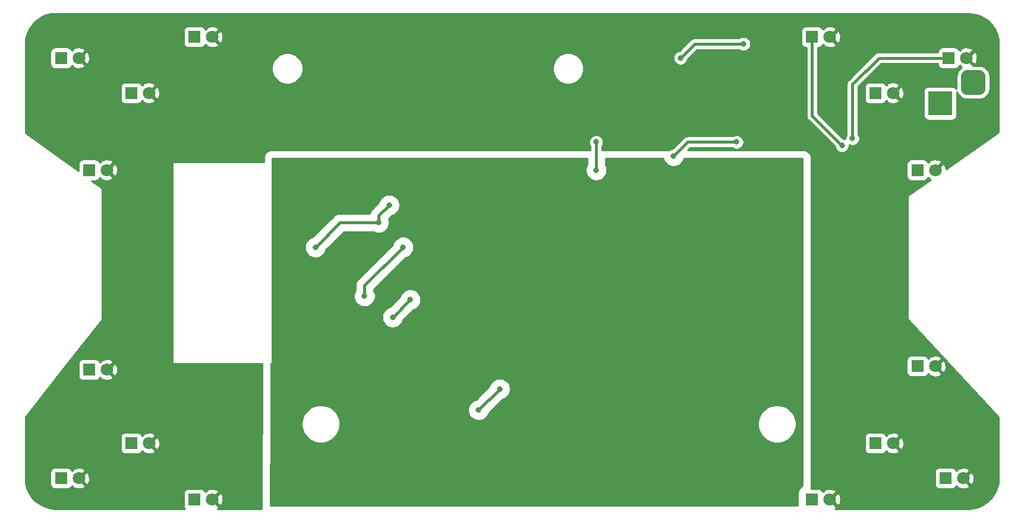
<source format=gbr>
G04 #@! TF.GenerationSoftware,KiCad,Pcbnew,(5.1.5)-3*
G04 #@! TF.CreationDate,2021-05-10T18:35:56+02:00*
G04 #@! TF.ProjectId,kicad,6b696361-642e-46b6-9963-61645f706362,rev?*
G04 #@! TF.SameCoordinates,Original*
G04 #@! TF.FileFunction,Copper,L1,Top*
G04 #@! TF.FilePolarity,Positive*
%FSLAX46Y46*%
G04 Gerber Fmt 4.6, Leading zero omitted, Abs format (unit mm)*
G04 Created by KiCad (PCBNEW (5.1.5)-3) date 2021-05-10 18:35:56*
%MOMM*%
%LPD*%
G04 APERTURE LIST*
%ADD10C,0.100000*%
%ADD11R,3.500000X3.500000*%
%ADD12C,1.800000*%
%ADD13R,1.800000X1.800000*%
%ADD14C,0.800000*%
%ADD15C,0.400000*%
%ADD16C,0.254000*%
G04 APERTURE END LIST*
G04 #@! TA.AperFunction,ComponentPad*
D10*
G36*
X200660765Y-86754213D02*
G01*
X200745704Y-86766813D01*
X200828999Y-86787677D01*
X200909848Y-86816605D01*
X200987472Y-86853319D01*
X201061124Y-86897464D01*
X201130094Y-86948616D01*
X201193718Y-87006282D01*
X201251384Y-87069906D01*
X201302536Y-87138876D01*
X201346681Y-87212528D01*
X201383395Y-87290152D01*
X201412323Y-87371001D01*
X201433187Y-87454296D01*
X201445787Y-87539235D01*
X201450000Y-87625000D01*
X201450000Y-89375000D01*
X201445787Y-89460765D01*
X201433187Y-89545704D01*
X201412323Y-89628999D01*
X201383395Y-89709848D01*
X201346681Y-89787472D01*
X201302536Y-89861124D01*
X201251384Y-89930094D01*
X201193718Y-89993718D01*
X201130094Y-90051384D01*
X201061124Y-90102536D01*
X200987472Y-90146681D01*
X200909848Y-90183395D01*
X200828999Y-90212323D01*
X200745704Y-90233187D01*
X200660765Y-90245787D01*
X200575000Y-90250000D01*
X198825000Y-90250000D01*
X198739235Y-90245787D01*
X198654296Y-90233187D01*
X198571001Y-90212323D01*
X198490152Y-90183395D01*
X198412528Y-90146681D01*
X198338876Y-90102536D01*
X198269906Y-90051384D01*
X198206282Y-89993718D01*
X198148616Y-89930094D01*
X198097464Y-89861124D01*
X198053319Y-89787472D01*
X198016605Y-89709848D01*
X197987677Y-89628999D01*
X197966813Y-89545704D01*
X197954213Y-89460765D01*
X197950000Y-89375000D01*
X197950000Y-87625000D01*
X197954213Y-87539235D01*
X197966813Y-87454296D01*
X197987677Y-87371001D01*
X198016605Y-87290152D01*
X198053319Y-87212528D01*
X198097464Y-87138876D01*
X198148616Y-87069906D01*
X198206282Y-87006282D01*
X198269906Y-86948616D01*
X198338876Y-86897464D01*
X198412528Y-86853319D01*
X198490152Y-86816605D01*
X198571001Y-86787677D01*
X198654296Y-86766813D01*
X198739235Y-86754213D01*
X198825000Y-86750000D01*
X200575000Y-86750000D01*
X200660765Y-86754213D01*
G37*
G04 #@! TD.AperFunction*
D11*
X195000000Y-91500000D03*
D12*
X72290000Y-85000000D03*
D13*
X69750000Y-85000000D03*
D12*
X91290000Y-82000000D03*
D13*
X88750000Y-82000000D03*
D12*
X76290000Y-101000000D03*
D13*
X73750000Y-101000000D03*
D12*
X82290000Y-90000000D03*
D13*
X79750000Y-90000000D03*
D12*
X82290000Y-140000000D03*
D13*
X79750000Y-140000000D03*
D12*
X76290000Y-129500000D03*
D13*
X73750000Y-129500000D03*
D12*
X91290000Y-148000000D03*
D13*
X88750000Y-148000000D03*
D12*
X72290000Y-145000000D03*
D13*
X69750000Y-145000000D03*
D12*
X198290000Y-145000000D03*
D13*
X195750000Y-145000000D03*
D12*
X179290000Y-148000000D03*
D13*
X176750000Y-148000000D03*
D12*
X194290000Y-129000000D03*
D13*
X191750000Y-129000000D03*
D12*
X188290000Y-140000000D03*
D13*
X185750000Y-140000000D03*
D12*
X188290000Y-90000000D03*
D13*
X185750000Y-90000000D03*
D12*
X194290000Y-101000000D03*
D13*
X191750000Y-101000000D03*
D12*
X179290000Y-82000000D03*
D13*
X176750000Y-82000000D03*
D12*
X198750000Y-85000000D03*
D13*
X196210000Y-85000000D03*
D14*
X146000000Y-97000000D03*
X146000000Y-101000006D03*
X132250000Y-132250000D03*
X129250000Y-135250000D03*
X115000000Y-108500000D03*
X116500000Y-106000000D03*
X106000000Y-112000000D03*
X157000000Y-99000000D03*
X158000000Y-85000000D03*
X167000006Y-83000000D03*
X165999982Y-97000000D03*
X160000000Y-129000000D03*
X152000000Y-107000000D03*
X153000000Y-107000000D03*
X154000000Y-107000000D03*
X155000000Y-107000000D03*
X155000000Y-108000000D03*
X154000000Y-108000000D03*
X153000000Y-108000000D03*
X152000000Y-108000000D03*
X137000000Y-127000000D03*
X105000000Y-129000000D03*
X107000000Y-101000000D03*
X101000000Y-100000000D03*
X165000000Y-122000000D03*
X174000000Y-123500000D03*
X154000000Y-91000000D03*
X153000000Y-91000000D03*
X152000000Y-91000000D03*
X151000000Y-91000000D03*
X151000000Y-92000000D03*
X152000000Y-92000000D03*
X153000000Y-92000000D03*
X154000000Y-92000000D03*
X181000000Y-97500000D03*
X182500000Y-96500000D03*
X118500000Y-112000000D03*
X113000000Y-119000000D03*
X119500000Y-119500000D03*
X117000000Y-122000000D03*
D15*
X146000000Y-97000000D02*
X146000000Y-101000006D01*
X132250000Y-132250000D02*
X129250000Y-135250000D01*
X115000000Y-108500000D02*
X115000000Y-107500000D01*
X115000000Y-107500000D02*
X116500000Y-106000000D01*
X115000000Y-108500000D02*
X109500000Y-108500000D01*
X109500000Y-108500000D02*
X106000000Y-112000000D01*
X160000000Y-83000000D02*
X167000006Y-83000000D01*
X158000000Y-85000000D02*
X160000000Y-83000000D01*
X157000000Y-99000000D02*
X159000000Y-97000000D01*
X159000000Y-97000000D02*
X165999982Y-97000000D01*
X176750000Y-82000000D02*
X176750000Y-93250000D01*
X176750000Y-93250000D02*
X180600001Y-97100001D01*
X180600001Y-97100001D02*
X181000000Y-97500000D01*
X196210000Y-85000000D02*
X186250000Y-85000000D01*
X182500000Y-88750000D02*
X182500000Y-95934315D01*
X182500000Y-95934315D02*
X182500000Y-96500000D01*
X186250000Y-85000000D02*
X182500000Y-88750000D01*
X118500000Y-112000000D02*
X113000000Y-117500000D01*
X113000000Y-117500000D02*
X113000000Y-119000000D01*
X119500000Y-119500000D02*
X117000000Y-122000000D01*
D16*
G36*
X199768083Y-78731173D02*
G01*
X200511891Y-78934656D01*
X201207905Y-79266638D01*
X201834130Y-79716626D01*
X202370777Y-80270403D01*
X202800871Y-80910451D01*
X203110829Y-81616553D01*
X203292065Y-82371457D01*
X203340001Y-83024220D01*
X203340000Y-95654191D01*
X195820537Y-100859974D01*
X195788397Y-100634093D01*
X195688222Y-100348801D01*
X195608261Y-100199208D01*
X195354080Y-100115525D01*
X194469605Y-101000000D01*
X194483748Y-101014143D01*
X194304143Y-101193748D01*
X194290000Y-101179605D01*
X194275858Y-101193748D01*
X194096253Y-101014143D01*
X194110395Y-101000000D01*
X194096253Y-100985858D01*
X194275858Y-100806253D01*
X194290000Y-100820395D01*
X195174475Y-99935920D01*
X195090792Y-99681739D01*
X194818225Y-99550842D01*
X194525358Y-99475635D01*
X194223447Y-99459009D01*
X193924093Y-99501603D01*
X193638801Y-99601778D01*
X193489208Y-99681739D01*
X193405526Y-99935918D01*
X193289578Y-99819970D01*
X193242813Y-99866735D01*
X193239502Y-99855820D01*
X193180537Y-99745506D01*
X193101185Y-99648815D01*
X193004494Y-99569463D01*
X192894180Y-99510498D01*
X192774482Y-99474188D01*
X192650000Y-99461928D01*
X190850000Y-99461928D01*
X190725518Y-99474188D01*
X190605820Y-99510498D01*
X190495506Y-99569463D01*
X190398815Y-99648815D01*
X190319463Y-99745506D01*
X190260498Y-99855820D01*
X190224188Y-99975518D01*
X190211928Y-100100000D01*
X190211928Y-101900000D01*
X190224188Y-102024482D01*
X190260498Y-102144180D01*
X190319463Y-102254494D01*
X190398815Y-102351185D01*
X190495506Y-102430537D01*
X190605820Y-102489502D01*
X190725518Y-102525812D01*
X190850000Y-102538072D01*
X192650000Y-102538072D01*
X192774482Y-102525812D01*
X192894180Y-102489502D01*
X193004494Y-102430537D01*
X193101185Y-102351185D01*
X193180537Y-102254494D01*
X193239502Y-102144180D01*
X193242813Y-102133265D01*
X193289578Y-102180030D01*
X193405526Y-102064082D01*
X193489208Y-102318261D01*
X193622004Y-102382035D01*
X190655470Y-104435790D01*
X190631550Y-104448575D01*
X190602148Y-104472705D01*
X190597667Y-104475807D01*
X190577113Y-104493250D01*
X190531052Y-104531052D01*
X190527567Y-104535299D01*
X190523380Y-104538852D01*
X190486372Y-104585495D01*
X190448575Y-104631551D01*
X190445985Y-104636397D01*
X190442573Y-104640697D01*
X190415372Y-104693669D01*
X190387290Y-104746208D01*
X190385696Y-104751463D01*
X190383187Y-104756349D01*
X190366845Y-104813604D01*
X190349550Y-104870618D01*
X190349011Y-104876087D01*
X190347505Y-104881365D01*
X190342649Y-104940688D01*
X190340000Y-104967582D01*
X190340000Y-104973045D01*
X190336898Y-105010939D01*
X190340000Y-105037871D01*
X190340001Y-121955319D01*
X190337262Y-121975455D01*
X190340001Y-122020185D01*
X190340001Y-122032419D01*
X190341981Y-122052527D01*
X190345208Y-122105219D01*
X190348344Y-122117127D01*
X190349551Y-122129383D01*
X190364875Y-122179897D01*
X190378317Y-122230941D01*
X190383717Y-122242010D01*
X190387291Y-122253793D01*
X190412168Y-122300334D01*
X190435316Y-122347788D01*
X190442773Y-122357593D01*
X190448576Y-122368450D01*
X190482053Y-122409242D01*
X190494297Y-122425341D01*
X190502632Y-122434318D01*
X190531053Y-122468948D01*
X190546756Y-122481835D01*
X203340000Y-136259176D01*
X203340001Y-144970597D01*
X203268827Y-145768083D01*
X203065344Y-146511890D01*
X202733363Y-147207904D01*
X202283374Y-147834130D01*
X201729597Y-148370777D01*
X201089549Y-148800871D01*
X200383447Y-149110829D01*
X199628543Y-149292065D01*
X198975793Y-149340000D01*
X180050122Y-149340000D01*
X180090792Y-149318261D01*
X180174475Y-149064080D01*
X179290000Y-148179605D01*
X179275858Y-148193748D01*
X179096253Y-148014143D01*
X179110395Y-148000000D01*
X179469605Y-148000000D01*
X180354080Y-148884475D01*
X180608261Y-148800792D01*
X180739158Y-148528225D01*
X180814365Y-148235358D01*
X180830991Y-147933447D01*
X180788397Y-147634093D01*
X180688222Y-147348801D01*
X180608261Y-147199208D01*
X180354080Y-147115525D01*
X179469605Y-148000000D01*
X179110395Y-148000000D01*
X179096253Y-147985858D01*
X179275858Y-147806253D01*
X179290000Y-147820395D01*
X180174475Y-146935920D01*
X180090792Y-146681739D01*
X179818225Y-146550842D01*
X179525358Y-146475635D01*
X179223447Y-146459009D01*
X178924093Y-146501603D01*
X178638801Y-146601778D01*
X178489208Y-146681739D01*
X178405526Y-146935918D01*
X178289578Y-146819970D01*
X178242813Y-146866735D01*
X178239502Y-146855820D01*
X178180537Y-146745506D01*
X178101185Y-146648815D01*
X178004494Y-146569463D01*
X177894180Y-146510498D01*
X177774482Y-146474188D01*
X177650000Y-146461928D01*
X176627000Y-146461928D01*
X176627000Y-144100000D01*
X194211928Y-144100000D01*
X194211928Y-145900000D01*
X194224188Y-146024482D01*
X194260498Y-146144180D01*
X194319463Y-146254494D01*
X194398815Y-146351185D01*
X194495506Y-146430537D01*
X194605820Y-146489502D01*
X194725518Y-146525812D01*
X194850000Y-146538072D01*
X196650000Y-146538072D01*
X196774482Y-146525812D01*
X196894180Y-146489502D01*
X197004494Y-146430537D01*
X197101185Y-146351185D01*
X197180537Y-146254494D01*
X197239502Y-146144180D01*
X197242813Y-146133265D01*
X197289578Y-146180030D01*
X197405526Y-146064082D01*
X197489208Y-146318261D01*
X197761775Y-146449158D01*
X198054642Y-146524365D01*
X198356553Y-146540991D01*
X198655907Y-146498397D01*
X198941199Y-146398222D01*
X199090792Y-146318261D01*
X199174475Y-146064080D01*
X198290000Y-145179605D01*
X198275858Y-145193748D01*
X198096253Y-145014143D01*
X198110395Y-145000000D01*
X198469605Y-145000000D01*
X199354080Y-145884475D01*
X199608261Y-145800792D01*
X199739158Y-145528225D01*
X199814365Y-145235358D01*
X199830991Y-144933447D01*
X199788397Y-144634093D01*
X199688222Y-144348801D01*
X199608261Y-144199208D01*
X199354080Y-144115525D01*
X198469605Y-145000000D01*
X198110395Y-145000000D01*
X198096253Y-144985858D01*
X198275858Y-144806253D01*
X198290000Y-144820395D01*
X199174475Y-143935920D01*
X199090792Y-143681739D01*
X198818225Y-143550842D01*
X198525358Y-143475635D01*
X198223447Y-143459009D01*
X197924093Y-143501603D01*
X197638801Y-143601778D01*
X197489208Y-143681739D01*
X197405526Y-143935918D01*
X197289578Y-143819970D01*
X197242813Y-143866735D01*
X197239502Y-143855820D01*
X197180537Y-143745506D01*
X197101185Y-143648815D01*
X197004494Y-143569463D01*
X196894180Y-143510498D01*
X196774482Y-143474188D01*
X196650000Y-143461928D01*
X194850000Y-143461928D01*
X194725518Y-143474188D01*
X194605820Y-143510498D01*
X194495506Y-143569463D01*
X194398815Y-143648815D01*
X194319463Y-143745506D01*
X194260498Y-143855820D01*
X194224188Y-143975518D01*
X194211928Y-144100000D01*
X176627000Y-144100000D01*
X176627000Y-139100000D01*
X184211928Y-139100000D01*
X184211928Y-140900000D01*
X184224188Y-141024482D01*
X184260498Y-141144180D01*
X184319463Y-141254494D01*
X184398815Y-141351185D01*
X184495506Y-141430537D01*
X184605820Y-141489502D01*
X184725518Y-141525812D01*
X184850000Y-141538072D01*
X186650000Y-141538072D01*
X186774482Y-141525812D01*
X186894180Y-141489502D01*
X187004494Y-141430537D01*
X187101185Y-141351185D01*
X187180537Y-141254494D01*
X187239502Y-141144180D01*
X187242813Y-141133265D01*
X187289578Y-141180030D01*
X187405526Y-141064082D01*
X187489208Y-141318261D01*
X187761775Y-141449158D01*
X188054642Y-141524365D01*
X188356553Y-141540991D01*
X188655907Y-141498397D01*
X188941199Y-141398222D01*
X189090792Y-141318261D01*
X189174475Y-141064080D01*
X188290000Y-140179605D01*
X188275858Y-140193748D01*
X188096253Y-140014143D01*
X188110395Y-140000000D01*
X188469605Y-140000000D01*
X189354080Y-140884475D01*
X189608261Y-140800792D01*
X189739158Y-140528225D01*
X189814365Y-140235358D01*
X189830991Y-139933447D01*
X189788397Y-139634093D01*
X189688222Y-139348801D01*
X189608261Y-139199208D01*
X189354080Y-139115525D01*
X188469605Y-140000000D01*
X188110395Y-140000000D01*
X188096253Y-139985858D01*
X188275858Y-139806253D01*
X188290000Y-139820395D01*
X189174475Y-138935920D01*
X189090792Y-138681739D01*
X188818225Y-138550842D01*
X188525358Y-138475635D01*
X188223447Y-138459009D01*
X187924093Y-138501603D01*
X187638801Y-138601778D01*
X187489208Y-138681739D01*
X187405526Y-138935918D01*
X187289578Y-138819970D01*
X187242813Y-138866735D01*
X187239502Y-138855820D01*
X187180537Y-138745506D01*
X187101185Y-138648815D01*
X187004494Y-138569463D01*
X186894180Y-138510498D01*
X186774482Y-138474188D01*
X186650000Y-138461928D01*
X184850000Y-138461928D01*
X184725518Y-138474188D01*
X184605820Y-138510498D01*
X184495506Y-138569463D01*
X184398815Y-138648815D01*
X184319463Y-138745506D01*
X184260498Y-138855820D01*
X184224188Y-138975518D01*
X184211928Y-139100000D01*
X176627000Y-139100000D01*
X176627000Y-128100000D01*
X190211928Y-128100000D01*
X190211928Y-129900000D01*
X190224188Y-130024482D01*
X190260498Y-130144180D01*
X190319463Y-130254494D01*
X190398815Y-130351185D01*
X190495506Y-130430537D01*
X190605820Y-130489502D01*
X190725518Y-130525812D01*
X190850000Y-130538072D01*
X192650000Y-130538072D01*
X192774482Y-130525812D01*
X192894180Y-130489502D01*
X193004494Y-130430537D01*
X193101185Y-130351185D01*
X193180537Y-130254494D01*
X193239502Y-130144180D01*
X193242813Y-130133265D01*
X193289578Y-130180030D01*
X193405526Y-130064082D01*
X193489208Y-130318261D01*
X193761775Y-130449158D01*
X194054642Y-130524365D01*
X194356553Y-130540991D01*
X194655907Y-130498397D01*
X194941199Y-130398222D01*
X195090792Y-130318261D01*
X195174475Y-130064080D01*
X194290000Y-129179605D01*
X194275858Y-129193748D01*
X194096253Y-129014143D01*
X194110395Y-129000000D01*
X194469605Y-129000000D01*
X195354080Y-129884475D01*
X195608261Y-129800792D01*
X195739158Y-129528225D01*
X195814365Y-129235358D01*
X195830991Y-128933447D01*
X195788397Y-128634093D01*
X195688222Y-128348801D01*
X195608261Y-128199208D01*
X195354080Y-128115525D01*
X194469605Y-129000000D01*
X194110395Y-129000000D01*
X194096253Y-128985858D01*
X194275858Y-128806253D01*
X194290000Y-128820395D01*
X195174475Y-127935920D01*
X195090792Y-127681739D01*
X194818225Y-127550842D01*
X194525358Y-127475635D01*
X194223447Y-127459009D01*
X193924093Y-127501603D01*
X193638801Y-127601778D01*
X193489208Y-127681739D01*
X193405526Y-127935918D01*
X193289578Y-127819970D01*
X193242813Y-127866735D01*
X193239502Y-127855820D01*
X193180537Y-127745506D01*
X193101185Y-127648815D01*
X193004494Y-127569463D01*
X192894180Y-127510498D01*
X192774482Y-127474188D01*
X192650000Y-127461928D01*
X190850000Y-127461928D01*
X190725518Y-127474188D01*
X190605820Y-127510498D01*
X190495506Y-127569463D01*
X190398815Y-127648815D01*
X190319463Y-127745506D01*
X190260498Y-127855820D01*
X190224188Y-127975518D01*
X190211928Y-128100000D01*
X176627000Y-128100000D01*
X176627000Y-99250000D01*
X176605345Y-99030133D01*
X176541212Y-98818716D01*
X176437066Y-98623872D01*
X176296909Y-98453091D01*
X176126128Y-98312934D01*
X175931284Y-98208788D01*
X175719867Y-98144655D01*
X175500000Y-98123000D01*
X159057868Y-98123000D01*
X159345868Y-97835000D01*
X165386697Y-97835000D01*
X165509726Y-97917205D01*
X165698084Y-97995226D01*
X165898043Y-98035000D01*
X166101921Y-98035000D01*
X166301880Y-97995226D01*
X166490238Y-97917205D01*
X166659756Y-97803937D01*
X166803919Y-97659774D01*
X166917187Y-97490256D01*
X166995208Y-97301898D01*
X167034982Y-97101939D01*
X167034982Y-96898061D01*
X166995208Y-96698102D01*
X166917187Y-96509744D01*
X166803919Y-96340226D01*
X166659756Y-96196063D01*
X166490238Y-96082795D01*
X166301880Y-96004774D01*
X166101921Y-95965000D01*
X165898043Y-95965000D01*
X165698084Y-96004774D01*
X165509726Y-96082795D01*
X165386697Y-96165000D01*
X159041018Y-96165000D01*
X158999999Y-96160960D01*
X158958981Y-96165000D01*
X158836311Y-96177082D01*
X158678913Y-96224828D01*
X158533854Y-96302364D01*
X158406709Y-96406709D01*
X158380559Y-96438573D01*
X156843225Y-97975907D01*
X156698102Y-98004774D01*
X156509744Y-98082795D01*
X156449573Y-98123000D01*
X146835000Y-98123000D01*
X146835000Y-97613285D01*
X146917205Y-97490256D01*
X146995226Y-97301898D01*
X147035000Y-97101939D01*
X147035000Y-96898061D01*
X146995226Y-96698102D01*
X146917205Y-96509744D01*
X146803937Y-96340226D01*
X146659774Y-96196063D01*
X146490256Y-96082795D01*
X146301898Y-96004774D01*
X146101939Y-95965000D01*
X145898061Y-95965000D01*
X145698102Y-96004774D01*
X145509744Y-96082795D01*
X145340226Y-96196063D01*
X145196063Y-96340226D01*
X145082795Y-96509744D01*
X145004774Y-96698102D01*
X144965000Y-96898061D01*
X144965000Y-97101939D01*
X145004774Y-97301898D01*
X145082795Y-97490256D01*
X145165000Y-97613285D01*
X145165000Y-98123000D01*
X99750000Y-98123000D01*
X99537476Y-98143220D01*
X99325638Y-98205947D01*
X99130107Y-98308798D01*
X98958399Y-98447818D01*
X98817111Y-98617665D01*
X98711674Y-98811813D01*
X98646139Y-99022800D01*
X98623025Y-99242518D01*
X98618839Y-99873000D01*
X85750000Y-99873000D01*
X85725224Y-99875440D01*
X85701399Y-99882667D01*
X85679443Y-99894403D01*
X85660197Y-99910197D01*
X85644403Y-99929443D01*
X85632667Y-99951399D01*
X85625440Y-99975224D01*
X85623000Y-100000000D01*
X85623000Y-128500000D01*
X85625440Y-128524776D01*
X85632667Y-128548601D01*
X85644403Y-128570557D01*
X85660197Y-128589803D01*
X85679443Y-128605597D01*
X85701399Y-128617333D01*
X85725224Y-128624560D01*
X85750000Y-128627000D01*
X98427937Y-128627000D01*
X98292728Y-148992518D01*
X98314358Y-149219867D01*
X98350800Y-149340000D01*
X92050122Y-149340000D01*
X92090792Y-149318261D01*
X92174475Y-149064080D01*
X91290000Y-148179605D01*
X91275858Y-148193748D01*
X91096253Y-148014143D01*
X91110395Y-148000000D01*
X91469605Y-148000000D01*
X92354080Y-148884475D01*
X92608261Y-148800792D01*
X92739158Y-148528225D01*
X92814365Y-148235358D01*
X92830991Y-147933447D01*
X92788397Y-147634093D01*
X92688222Y-147348801D01*
X92608261Y-147199208D01*
X92354080Y-147115525D01*
X91469605Y-148000000D01*
X91110395Y-148000000D01*
X91096253Y-147985858D01*
X91275858Y-147806253D01*
X91290000Y-147820395D01*
X92174475Y-146935920D01*
X92090792Y-146681739D01*
X91818225Y-146550842D01*
X91525358Y-146475635D01*
X91223447Y-146459009D01*
X90924093Y-146501603D01*
X90638801Y-146601778D01*
X90489208Y-146681739D01*
X90405526Y-146935918D01*
X90289578Y-146819970D01*
X90242813Y-146866735D01*
X90239502Y-146855820D01*
X90180537Y-146745506D01*
X90101185Y-146648815D01*
X90004494Y-146569463D01*
X89894180Y-146510498D01*
X89774482Y-146474188D01*
X89650000Y-146461928D01*
X87850000Y-146461928D01*
X87725518Y-146474188D01*
X87605820Y-146510498D01*
X87495506Y-146569463D01*
X87398815Y-146648815D01*
X87319463Y-146745506D01*
X87260498Y-146855820D01*
X87224188Y-146975518D01*
X87211928Y-147100000D01*
X87211928Y-148900000D01*
X87224188Y-149024482D01*
X87260498Y-149144180D01*
X87319463Y-149254494D01*
X87389636Y-149340000D01*
X69029392Y-149340000D01*
X68231917Y-149268827D01*
X67488110Y-149065344D01*
X66792096Y-148733363D01*
X66165870Y-148283374D01*
X65629223Y-147729597D01*
X65199129Y-147089549D01*
X64889171Y-146383447D01*
X64707935Y-145628543D01*
X64660000Y-144975793D01*
X64660000Y-144100000D01*
X68211928Y-144100000D01*
X68211928Y-145900000D01*
X68224188Y-146024482D01*
X68260498Y-146144180D01*
X68319463Y-146254494D01*
X68398815Y-146351185D01*
X68495506Y-146430537D01*
X68605820Y-146489502D01*
X68725518Y-146525812D01*
X68850000Y-146538072D01*
X70650000Y-146538072D01*
X70774482Y-146525812D01*
X70894180Y-146489502D01*
X71004494Y-146430537D01*
X71101185Y-146351185D01*
X71180537Y-146254494D01*
X71239502Y-146144180D01*
X71242813Y-146133265D01*
X71289578Y-146180030D01*
X71405526Y-146064082D01*
X71489208Y-146318261D01*
X71761775Y-146449158D01*
X72054642Y-146524365D01*
X72356553Y-146540991D01*
X72655907Y-146498397D01*
X72941199Y-146398222D01*
X73090792Y-146318261D01*
X73174475Y-146064080D01*
X72290000Y-145179605D01*
X72275858Y-145193748D01*
X72096253Y-145014143D01*
X72110395Y-145000000D01*
X72469605Y-145000000D01*
X73354080Y-145884475D01*
X73608261Y-145800792D01*
X73739158Y-145528225D01*
X73814365Y-145235358D01*
X73830991Y-144933447D01*
X73788397Y-144634093D01*
X73688222Y-144348801D01*
X73608261Y-144199208D01*
X73354080Y-144115525D01*
X72469605Y-145000000D01*
X72110395Y-145000000D01*
X72096253Y-144985858D01*
X72275858Y-144806253D01*
X72290000Y-144820395D01*
X73174475Y-143935920D01*
X73090792Y-143681739D01*
X72818225Y-143550842D01*
X72525358Y-143475635D01*
X72223447Y-143459009D01*
X71924093Y-143501603D01*
X71638801Y-143601778D01*
X71489208Y-143681739D01*
X71405526Y-143935918D01*
X71289578Y-143819970D01*
X71242813Y-143866735D01*
X71239502Y-143855820D01*
X71180537Y-143745506D01*
X71101185Y-143648815D01*
X71004494Y-143569463D01*
X70894180Y-143510498D01*
X70774482Y-143474188D01*
X70650000Y-143461928D01*
X68850000Y-143461928D01*
X68725518Y-143474188D01*
X68605820Y-143510498D01*
X68495506Y-143569463D01*
X68398815Y-143648815D01*
X68319463Y-143745506D01*
X68260498Y-143855820D01*
X68224188Y-143975518D01*
X68211928Y-144100000D01*
X64660000Y-144100000D01*
X64660000Y-139100000D01*
X78211928Y-139100000D01*
X78211928Y-140900000D01*
X78224188Y-141024482D01*
X78260498Y-141144180D01*
X78319463Y-141254494D01*
X78398815Y-141351185D01*
X78495506Y-141430537D01*
X78605820Y-141489502D01*
X78725518Y-141525812D01*
X78850000Y-141538072D01*
X80650000Y-141538072D01*
X80774482Y-141525812D01*
X80894180Y-141489502D01*
X81004494Y-141430537D01*
X81101185Y-141351185D01*
X81180537Y-141254494D01*
X81239502Y-141144180D01*
X81242813Y-141133265D01*
X81289578Y-141180030D01*
X81405526Y-141064082D01*
X81489208Y-141318261D01*
X81761775Y-141449158D01*
X82054642Y-141524365D01*
X82356553Y-141540991D01*
X82655907Y-141498397D01*
X82941199Y-141398222D01*
X83090792Y-141318261D01*
X83174475Y-141064080D01*
X82290000Y-140179605D01*
X82275858Y-140193748D01*
X82096253Y-140014143D01*
X82110395Y-140000000D01*
X82469605Y-140000000D01*
X83354080Y-140884475D01*
X83608261Y-140800792D01*
X83739158Y-140528225D01*
X83814365Y-140235358D01*
X83830991Y-139933447D01*
X83788397Y-139634093D01*
X83688222Y-139348801D01*
X83608261Y-139199208D01*
X83354080Y-139115525D01*
X82469605Y-140000000D01*
X82110395Y-140000000D01*
X82096253Y-139985858D01*
X82275858Y-139806253D01*
X82290000Y-139820395D01*
X83174475Y-138935920D01*
X83090792Y-138681739D01*
X82818225Y-138550842D01*
X82525358Y-138475635D01*
X82223447Y-138459009D01*
X81924093Y-138501603D01*
X81638801Y-138601778D01*
X81489208Y-138681739D01*
X81405526Y-138935918D01*
X81289578Y-138819970D01*
X81242813Y-138866735D01*
X81239502Y-138855820D01*
X81180537Y-138745506D01*
X81101185Y-138648815D01*
X81004494Y-138569463D01*
X80894180Y-138510498D01*
X80774482Y-138474188D01*
X80650000Y-138461928D01*
X78850000Y-138461928D01*
X78725518Y-138474188D01*
X78605820Y-138510498D01*
X78495506Y-138569463D01*
X78398815Y-138648815D01*
X78319463Y-138745506D01*
X78260498Y-138855820D01*
X78224188Y-138975518D01*
X78211928Y-139100000D01*
X64660000Y-139100000D01*
X64660000Y-136228268D01*
X70653639Y-128600000D01*
X72211928Y-128600000D01*
X72211928Y-130400000D01*
X72224188Y-130524482D01*
X72260498Y-130644180D01*
X72319463Y-130754494D01*
X72398815Y-130851185D01*
X72495506Y-130930537D01*
X72605820Y-130989502D01*
X72725518Y-131025812D01*
X72850000Y-131038072D01*
X74650000Y-131038072D01*
X74774482Y-131025812D01*
X74894180Y-130989502D01*
X75004494Y-130930537D01*
X75101185Y-130851185D01*
X75180537Y-130754494D01*
X75239502Y-130644180D01*
X75242813Y-130633265D01*
X75289578Y-130680030D01*
X75405526Y-130564082D01*
X75489208Y-130818261D01*
X75761775Y-130949158D01*
X76054642Y-131024365D01*
X76356553Y-131040991D01*
X76655907Y-130998397D01*
X76941199Y-130898222D01*
X77090792Y-130818261D01*
X77174475Y-130564080D01*
X76290000Y-129679605D01*
X76275858Y-129693748D01*
X76096253Y-129514143D01*
X76110395Y-129500000D01*
X76469605Y-129500000D01*
X77354080Y-130384475D01*
X77608261Y-130300792D01*
X77739158Y-130028225D01*
X77814365Y-129735358D01*
X77830991Y-129433447D01*
X77788397Y-129134093D01*
X77688222Y-128848801D01*
X77608261Y-128699208D01*
X77354080Y-128615525D01*
X76469605Y-129500000D01*
X76110395Y-129500000D01*
X76096253Y-129485858D01*
X76275858Y-129306253D01*
X76290000Y-129320395D01*
X77174475Y-128435920D01*
X77090792Y-128181739D01*
X76818225Y-128050842D01*
X76525358Y-127975635D01*
X76223447Y-127959009D01*
X75924093Y-128001603D01*
X75638801Y-128101778D01*
X75489208Y-128181739D01*
X75405526Y-128435918D01*
X75289578Y-128319970D01*
X75242813Y-128366735D01*
X75239502Y-128355820D01*
X75180537Y-128245506D01*
X75101185Y-128148815D01*
X75004494Y-128069463D01*
X74894180Y-128010498D01*
X74774482Y-127974188D01*
X74650000Y-127961928D01*
X72850000Y-127961928D01*
X72725518Y-127974188D01*
X72605820Y-128010498D01*
X72495506Y-128069463D01*
X72398815Y-128148815D01*
X72319463Y-128245506D01*
X72260498Y-128355820D01*
X72224188Y-128475518D01*
X72211928Y-128600000D01*
X70653639Y-128600000D01*
X75514657Y-122413251D01*
X75551425Y-122368450D01*
X75570096Y-122333520D01*
X75591396Y-122300126D01*
X75600669Y-122276321D01*
X75612710Y-122253793D01*
X75624207Y-122215892D01*
X75638584Y-122178984D01*
X75643034Y-122153830D01*
X75650450Y-122129383D01*
X75654332Y-122089966D01*
X75661232Y-122050964D01*
X75660000Y-121993028D01*
X75660000Y-104045582D01*
X75662669Y-104026354D01*
X75660000Y-103980727D01*
X75660000Y-103967581D01*
X75658106Y-103948354D01*
X75655077Y-103896567D01*
X75651746Y-103883778D01*
X75650450Y-103870617D01*
X75635386Y-103820958D01*
X75622311Y-103770754D01*
X75616547Y-103758856D01*
X75612710Y-103746207D01*
X75588250Y-103700445D01*
X75565630Y-103653753D01*
X75557658Y-103643211D01*
X75551425Y-103631550D01*
X75518511Y-103591444D01*
X75487213Y-103550057D01*
X75477333Y-103541269D01*
X75468948Y-103531052D01*
X75428849Y-103498144D01*
X75414412Y-103485302D01*
X75403779Y-103477569D01*
X75368450Y-103448575D01*
X75351330Y-103439424D01*
X74111970Y-102538072D01*
X74650000Y-102538072D01*
X74774482Y-102525812D01*
X74894180Y-102489502D01*
X75004494Y-102430537D01*
X75101185Y-102351185D01*
X75180537Y-102254494D01*
X75239502Y-102144180D01*
X75242813Y-102133265D01*
X75289578Y-102180030D01*
X75405526Y-102064082D01*
X75489208Y-102318261D01*
X75761775Y-102449158D01*
X76054642Y-102524365D01*
X76356553Y-102540991D01*
X76655907Y-102498397D01*
X76941199Y-102398222D01*
X77090792Y-102318261D01*
X77174475Y-102064080D01*
X76290000Y-101179605D01*
X76275858Y-101193748D01*
X76096253Y-101014143D01*
X76110395Y-101000000D01*
X76469605Y-101000000D01*
X77354080Y-101884475D01*
X77608261Y-101800792D01*
X77739158Y-101528225D01*
X77814365Y-101235358D01*
X77830991Y-100933447D01*
X77788397Y-100634093D01*
X77688222Y-100348801D01*
X77608261Y-100199208D01*
X77354080Y-100115525D01*
X76469605Y-101000000D01*
X76110395Y-101000000D01*
X76096253Y-100985858D01*
X76275858Y-100806253D01*
X76290000Y-100820395D01*
X77174475Y-99935920D01*
X77090792Y-99681739D01*
X76818225Y-99550842D01*
X76525358Y-99475635D01*
X76223447Y-99459009D01*
X75924093Y-99501603D01*
X75638801Y-99601778D01*
X75489208Y-99681739D01*
X75405526Y-99935918D01*
X75289578Y-99819970D01*
X75242813Y-99866735D01*
X75239502Y-99855820D01*
X75180537Y-99745506D01*
X75101185Y-99648815D01*
X75004494Y-99569463D01*
X74894180Y-99510498D01*
X74774482Y-99474188D01*
X74650000Y-99461928D01*
X72850000Y-99461928D01*
X72725518Y-99474188D01*
X72605820Y-99510498D01*
X72495506Y-99569463D01*
X72398815Y-99648815D01*
X72319463Y-99745506D01*
X72260498Y-99855820D01*
X72224188Y-99975518D01*
X72211928Y-100100000D01*
X72211928Y-101156223D01*
X64660000Y-95663913D01*
X64660000Y-89100000D01*
X78211928Y-89100000D01*
X78211928Y-90900000D01*
X78224188Y-91024482D01*
X78260498Y-91144180D01*
X78319463Y-91254494D01*
X78398815Y-91351185D01*
X78495506Y-91430537D01*
X78605820Y-91489502D01*
X78725518Y-91525812D01*
X78850000Y-91538072D01*
X80650000Y-91538072D01*
X80774482Y-91525812D01*
X80894180Y-91489502D01*
X81004494Y-91430537D01*
X81101185Y-91351185D01*
X81180537Y-91254494D01*
X81239502Y-91144180D01*
X81242813Y-91133265D01*
X81289578Y-91180030D01*
X81405526Y-91064082D01*
X81489208Y-91318261D01*
X81761775Y-91449158D01*
X82054642Y-91524365D01*
X82356553Y-91540991D01*
X82655907Y-91498397D01*
X82941199Y-91398222D01*
X83090792Y-91318261D01*
X83174475Y-91064080D01*
X82290000Y-90179605D01*
X82275858Y-90193748D01*
X82096253Y-90014143D01*
X82110395Y-90000000D01*
X82469605Y-90000000D01*
X83354080Y-90884475D01*
X83608261Y-90800792D01*
X83739158Y-90528225D01*
X83814365Y-90235358D01*
X83830991Y-89933447D01*
X83788397Y-89634093D01*
X83688222Y-89348801D01*
X83608261Y-89199208D01*
X83354080Y-89115525D01*
X82469605Y-90000000D01*
X82110395Y-90000000D01*
X82096253Y-89985858D01*
X82275858Y-89806253D01*
X82290000Y-89820395D01*
X83174475Y-88935920D01*
X83090792Y-88681739D01*
X82818225Y-88550842D01*
X82525358Y-88475635D01*
X82223447Y-88459009D01*
X81924093Y-88501603D01*
X81638801Y-88601778D01*
X81489208Y-88681739D01*
X81405526Y-88935918D01*
X81289578Y-88819970D01*
X81242813Y-88866735D01*
X81239502Y-88855820D01*
X81180537Y-88745506D01*
X81101185Y-88648815D01*
X81004494Y-88569463D01*
X80894180Y-88510498D01*
X80774482Y-88474188D01*
X80650000Y-88461928D01*
X78850000Y-88461928D01*
X78725518Y-88474188D01*
X78605820Y-88510498D01*
X78495506Y-88569463D01*
X78398815Y-88648815D01*
X78319463Y-88745506D01*
X78260498Y-88855820D01*
X78224188Y-88975518D01*
X78211928Y-89100000D01*
X64660000Y-89100000D01*
X64660000Y-84100000D01*
X68211928Y-84100000D01*
X68211928Y-85900000D01*
X68224188Y-86024482D01*
X68260498Y-86144180D01*
X68319463Y-86254494D01*
X68398815Y-86351185D01*
X68495506Y-86430537D01*
X68605820Y-86489502D01*
X68725518Y-86525812D01*
X68850000Y-86538072D01*
X70650000Y-86538072D01*
X70774482Y-86525812D01*
X70894180Y-86489502D01*
X71004494Y-86430537D01*
X71101185Y-86351185D01*
X71180537Y-86254494D01*
X71239502Y-86144180D01*
X71242813Y-86133265D01*
X71289578Y-86180030D01*
X71405526Y-86064082D01*
X71489208Y-86318261D01*
X71761775Y-86449158D01*
X72054642Y-86524365D01*
X72356553Y-86540991D01*
X72655907Y-86498397D01*
X72941199Y-86398222D01*
X73090792Y-86318261D01*
X73103430Y-86279872D01*
X99765000Y-86279872D01*
X99765000Y-86720128D01*
X99850890Y-87151925D01*
X100019369Y-87558669D01*
X100263962Y-87924729D01*
X100575271Y-88236038D01*
X100941331Y-88480631D01*
X101348075Y-88649110D01*
X101779872Y-88735000D01*
X102220128Y-88735000D01*
X102651925Y-88649110D01*
X103058669Y-88480631D01*
X103424729Y-88236038D01*
X103736038Y-87924729D01*
X103980631Y-87558669D01*
X104149110Y-87151925D01*
X104235000Y-86720128D01*
X104235000Y-86279872D01*
X139765000Y-86279872D01*
X139765000Y-86720128D01*
X139850890Y-87151925D01*
X140019369Y-87558669D01*
X140263962Y-87924729D01*
X140575271Y-88236038D01*
X140941331Y-88480631D01*
X141348075Y-88649110D01*
X141779872Y-88735000D01*
X142220128Y-88735000D01*
X142651925Y-88649110D01*
X143058669Y-88480631D01*
X143424729Y-88236038D01*
X143736038Y-87924729D01*
X143980631Y-87558669D01*
X144149110Y-87151925D01*
X144235000Y-86720128D01*
X144235000Y-86279872D01*
X144149110Y-85848075D01*
X143980631Y-85441331D01*
X143736038Y-85075271D01*
X143558828Y-84898061D01*
X156965000Y-84898061D01*
X156965000Y-85101939D01*
X157004774Y-85301898D01*
X157082795Y-85490256D01*
X157196063Y-85659774D01*
X157340226Y-85803937D01*
X157509744Y-85917205D01*
X157698102Y-85995226D01*
X157898061Y-86035000D01*
X158101939Y-86035000D01*
X158301898Y-85995226D01*
X158490256Y-85917205D01*
X158659774Y-85803937D01*
X158803937Y-85659774D01*
X158917205Y-85490256D01*
X158995226Y-85301898D01*
X159024093Y-85156775D01*
X160345868Y-83835000D01*
X166386721Y-83835000D01*
X166509750Y-83917205D01*
X166698108Y-83995226D01*
X166898067Y-84035000D01*
X167101945Y-84035000D01*
X167301904Y-83995226D01*
X167490262Y-83917205D01*
X167659780Y-83803937D01*
X167803943Y-83659774D01*
X167917211Y-83490256D01*
X167995232Y-83301898D01*
X168035006Y-83101939D01*
X168035006Y-82898061D01*
X167995232Y-82698102D01*
X167917211Y-82509744D01*
X167803943Y-82340226D01*
X167659780Y-82196063D01*
X167490262Y-82082795D01*
X167301904Y-82004774D01*
X167101945Y-81965000D01*
X166898067Y-81965000D01*
X166698108Y-82004774D01*
X166509750Y-82082795D01*
X166386721Y-82165000D01*
X160041018Y-82165000D01*
X159999999Y-82160960D01*
X159958981Y-82165000D01*
X159836311Y-82177082D01*
X159678913Y-82224828D01*
X159533854Y-82302364D01*
X159406709Y-82406709D01*
X159380559Y-82438573D01*
X157843225Y-83975907D01*
X157698102Y-84004774D01*
X157509744Y-84082795D01*
X157340226Y-84196063D01*
X157196063Y-84340226D01*
X157082795Y-84509744D01*
X157004774Y-84698102D01*
X156965000Y-84898061D01*
X143558828Y-84898061D01*
X143424729Y-84763962D01*
X143058669Y-84519369D01*
X142651925Y-84350890D01*
X142220128Y-84265000D01*
X141779872Y-84265000D01*
X141348075Y-84350890D01*
X140941331Y-84519369D01*
X140575271Y-84763962D01*
X140263962Y-85075271D01*
X140019369Y-85441331D01*
X139850890Y-85848075D01*
X139765000Y-86279872D01*
X104235000Y-86279872D01*
X104149110Y-85848075D01*
X103980631Y-85441331D01*
X103736038Y-85075271D01*
X103424729Y-84763962D01*
X103058669Y-84519369D01*
X102651925Y-84350890D01*
X102220128Y-84265000D01*
X101779872Y-84265000D01*
X101348075Y-84350890D01*
X100941331Y-84519369D01*
X100575271Y-84763962D01*
X100263962Y-85075271D01*
X100019369Y-85441331D01*
X99850890Y-85848075D01*
X99765000Y-86279872D01*
X73103430Y-86279872D01*
X73174475Y-86064080D01*
X72290000Y-85179605D01*
X72275858Y-85193748D01*
X72096253Y-85014143D01*
X72110395Y-85000000D01*
X72469605Y-85000000D01*
X73354080Y-85884475D01*
X73608261Y-85800792D01*
X73739158Y-85528225D01*
X73814365Y-85235358D01*
X73830991Y-84933447D01*
X73788397Y-84634093D01*
X73688222Y-84348801D01*
X73608261Y-84199208D01*
X73354080Y-84115525D01*
X72469605Y-85000000D01*
X72110395Y-85000000D01*
X72096253Y-84985858D01*
X72275858Y-84806253D01*
X72290000Y-84820395D01*
X73174475Y-83935920D01*
X73090792Y-83681739D01*
X72818225Y-83550842D01*
X72525358Y-83475635D01*
X72223447Y-83459009D01*
X71924093Y-83501603D01*
X71638801Y-83601778D01*
X71489208Y-83681739D01*
X71405526Y-83935918D01*
X71289578Y-83819970D01*
X71242813Y-83866735D01*
X71239502Y-83855820D01*
X71180537Y-83745506D01*
X71101185Y-83648815D01*
X71004494Y-83569463D01*
X70894180Y-83510498D01*
X70774482Y-83474188D01*
X70650000Y-83461928D01*
X68850000Y-83461928D01*
X68725518Y-83474188D01*
X68605820Y-83510498D01*
X68495506Y-83569463D01*
X68398815Y-83648815D01*
X68319463Y-83745506D01*
X68260498Y-83855820D01*
X68224188Y-83975518D01*
X68211928Y-84100000D01*
X64660000Y-84100000D01*
X64660000Y-83029392D01*
X64731173Y-82231917D01*
X64934656Y-81488109D01*
X65119774Y-81100000D01*
X87211928Y-81100000D01*
X87211928Y-82900000D01*
X87224188Y-83024482D01*
X87260498Y-83144180D01*
X87319463Y-83254494D01*
X87398815Y-83351185D01*
X87495506Y-83430537D01*
X87605820Y-83489502D01*
X87725518Y-83525812D01*
X87850000Y-83538072D01*
X89650000Y-83538072D01*
X89774482Y-83525812D01*
X89894180Y-83489502D01*
X90004494Y-83430537D01*
X90101185Y-83351185D01*
X90180537Y-83254494D01*
X90239502Y-83144180D01*
X90242813Y-83133265D01*
X90289578Y-83180030D01*
X90405526Y-83064082D01*
X90489208Y-83318261D01*
X90761775Y-83449158D01*
X91054642Y-83524365D01*
X91356553Y-83540991D01*
X91655907Y-83498397D01*
X91941199Y-83398222D01*
X92090792Y-83318261D01*
X92174475Y-83064080D01*
X91290000Y-82179605D01*
X91275858Y-82193748D01*
X91096253Y-82014143D01*
X91110395Y-82000000D01*
X91469605Y-82000000D01*
X92354080Y-82884475D01*
X92608261Y-82800792D01*
X92739158Y-82528225D01*
X92814365Y-82235358D01*
X92830991Y-81933447D01*
X92788397Y-81634093D01*
X92688222Y-81348801D01*
X92608261Y-81199208D01*
X92354080Y-81115525D01*
X91469605Y-82000000D01*
X91110395Y-82000000D01*
X91096253Y-81985858D01*
X91275858Y-81806253D01*
X91290000Y-81820395D01*
X92010395Y-81100000D01*
X175211928Y-81100000D01*
X175211928Y-82900000D01*
X175224188Y-83024482D01*
X175260498Y-83144180D01*
X175319463Y-83254494D01*
X175398815Y-83351185D01*
X175495506Y-83430537D01*
X175605820Y-83489502D01*
X175725518Y-83525812D01*
X175850000Y-83538072D01*
X175915000Y-83538072D01*
X175915001Y-93208971D01*
X175910960Y-93250000D01*
X175927082Y-93413688D01*
X175974828Y-93571086D01*
X175974829Y-93571087D01*
X176052365Y-93716146D01*
X176156710Y-93843291D01*
X176188574Y-93869441D01*
X179975908Y-97656777D01*
X180004774Y-97801898D01*
X180082795Y-97990256D01*
X180196063Y-98159774D01*
X180340226Y-98303937D01*
X180509744Y-98417205D01*
X180698102Y-98495226D01*
X180898061Y-98535000D01*
X181101939Y-98535000D01*
X181301898Y-98495226D01*
X181490256Y-98417205D01*
X181659774Y-98303937D01*
X181803937Y-98159774D01*
X181917205Y-97990256D01*
X181995226Y-97801898D01*
X182035000Y-97601939D01*
X182035000Y-97427666D01*
X182198102Y-97495226D01*
X182398061Y-97535000D01*
X182601939Y-97535000D01*
X182801898Y-97495226D01*
X182990256Y-97417205D01*
X183159774Y-97303937D01*
X183303937Y-97159774D01*
X183417205Y-96990256D01*
X183495226Y-96801898D01*
X183535000Y-96601939D01*
X183535000Y-96398061D01*
X183495226Y-96198102D01*
X183417205Y-96009744D01*
X183335000Y-95886715D01*
X183335000Y-89100000D01*
X184211928Y-89100000D01*
X184211928Y-90900000D01*
X184224188Y-91024482D01*
X184260498Y-91144180D01*
X184319463Y-91254494D01*
X184398815Y-91351185D01*
X184495506Y-91430537D01*
X184605820Y-91489502D01*
X184725518Y-91525812D01*
X184850000Y-91538072D01*
X186650000Y-91538072D01*
X186774482Y-91525812D01*
X186894180Y-91489502D01*
X187004494Y-91430537D01*
X187101185Y-91351185D01*
X187180537Y-91254494D01*
X187239502Y-91144180D01*
X187242813Y-91133265D01*
X187289578Y-91180030D01*
X187405526Y-91064082D01*
X187489208Y-91318261D01*
X187761775Y-91449158D01*
X188054642Y-91524365D01*
X188356553Y-91540991D01*
X188655907Y-91498397D01*
X188941199Y-91398222D01*
X189090792Y-91318261D01*
X189174475Y-91064080D01*
X188290000Y-90179605D01*
X188275858Y-90193748D01*
X188096253Y-90014143D01*
X188110395Y-90000000D01*
X188469605Y-90000000D01*
X189354080Y-90884475D01*
X189608261Y-90800792D01*
X189739158Y-90528225D01*
X189814365Y-90235358D01*
X189830991Y-89933447D01*
X189788397Y-89634093D01*
X189688222Y-89348801D01*
X189608261Y-89199208D01*
X189354080Y-89115525D01*
X188469605Y-90000000D01*
X188110395Y-90000000D01*
X188096253Y-89985858D01*
X188275858Y-89806253D01*
X188290000Y-89820395D01*
X189174475Y-88935920D01*
X189090792Y-88681739D01*
X188818225Y-88550842D01*
X188525358Y-88475635D01*
X188223447Y-88459009D01*
X187924093Y-88501603D01*
X187638801Y-88601778D01*
X187489208Y-88681739D01*
X187405526Y-88935918D01*
X187289578Y-88819970D01*
X187242813Y-88866735D01*
X187239502Y-88855820D01*
X187180537Y-88745506D01*
X187101185Y-88648815D01*
X187004494Y-88569463D01*
X186894180Y-88510498D01*
X186774482Y-88474188D01*
X186650000Y-88461928D01*
X184850000Y-88461928D01*
X184725518Y-88474188D01*
X184605820Y-88510498D01*
X184495506Y-88569463D01*
X184398815Y-88648815D01*
X184319463Y-88745506D01*
X184260498Y-88855820D01*
X184224188Y-88975518D01*
X184211928Y-89100000D01*
X183335000Y-89100000D01*
X183335000Y-89095867D01*
X186595869Y-85835000D01*
X194671928Y-85835000D01*
X194671928Y-85900000D01*
X194684188Y-86024482D01*
X194720498Y-86144180D01*
X194779463Y-86254494D01*
X194858815Y-86351185D01*
X194955506Y-86430537D01*
X195065820Y-86489502D01*
X195185518Y-86525812D01*
X195310000Y-86538072D01*
X197110000Y-86538072D01*
X197234482Y-86525812D01*
X197354180Y-86489502D01*
X197464494Y-86430537D01*
X197561185Y-86351185D01*
X197640537Y-86254494D01*
X197699502Y-86144180D01*
X197702813Y-86133265D01*
X197749578Y-86180030D01*
X197865526Y-86064082D01*
X197949208Y-86318261D01*
X198015694Y-86350190D01*
X197984382Y-86366927D01*
X197755097Y-86555097D01*
X197566927Y-86784382D01*
X197427104Y-87045972D01*
X197341001Y-87329814D01*
X197311928Y-87625000D01*
X197311928Y-89375000D01*
X197321494Y-89472131D01*
X197280537Y-89395506D01*
X197201185Y-89298815D01*
X197104494Y-89219463D01*
X196994180Y-89160498D01*
X196874482Y-89124188D01*
X196750000Y-89111928D01*
X193250000Y-89111928D01*
X193125518Y-89124188D01*
X193005820Y-89160498D01*
X192895506Y-89219463D01*
X192798815Y-89298815D01*
X192719463Y-89395506D01*
X192660498Y-89505820D01*
X192624188Y-89625518D01*
X192611928Y-89750000D01*
X192611928Y-93250000D01*
X192624188Y-93374482D01*
X192660498Y-93494180D01*
X192719463Y-93604494D01*
X192798815Y-93701185D01*
X192895506Y-93780537D01*
X193005820Y-93839502D01*
X193125518Y-93875812D01*
X193250000Y-93888072D01*
X196750000Y-93888072D01*
X196874482Y-93875812D01*
X196994180Y-93839502D01*
X197104494Y-93780537D01*
X197201185Y-93701185D01*
X197280537Y-93604494D01*
X197339502Y-93494180D01*
X197375812Y-93374482D01*
X197388072Y-93250000D01*
X197388072Y-89825357D01*
X197427104Y-89954028D01*
X197566927Y-90215618D01*
X197755097Y-90444903D01*
X197984382Y-90633073D01*
X198245972Y-90772896D01*
X198529814Y-90858999D01*
X198825000Y-90888072D01*
X200575000Y-90888072D01*
X200870186Y-90858999D01*
X201154028Y-90772896D01*
X201415618Y-90633073D01*
X201644903Y-90444903D01*
X201833073Y-90215618D01*
X201972896Y-89954028D01*
X202058999Y-89670186D01*
X202088072Y-89375000D01*
X202088072Y-87625000D01*
X202058999Y-87329814D01*
X201972896Y-87045972D01*
X201833073Y-86784382D01*
X201644903Y-86555097D01*
X201415618Y-86366927D01*
X201154028Y-86227104D01*
X200870186Y-86141001D01*
X200575000Y-86111928D01*
X199618722Y-86111928D01*
X199634475Y-86064080D01*
X198750000Y-85179605D01*
X198735858Y-85193748D01*
X198556253Y-85014143D01*
X198570395Y-85000000D01*
X198929605Y-85000000D01*
X199814080Y-85884475D01*
X200068261Y-85800792D01*
X200199158Y-85528225D01*
X200274365Y-85235358D01*
X200290991Y-84933447D01*
X200248397Y-84634093D01*
X200148222Y-84348801D01*
X200068261Y-84199208D01*
X199814080Y-84115525D01*
X198929605Y-85000000D01*
X198570395Y-85000000D01*
X198556253Y-84985858D01*
X198735858Y-84806253D01*
X198750000Y-84820395D01*
X199634475Y-83935920D01*
X199550792Y-83681739D01*
X199278225Y-83550842D01*
X198985358Y-83475635D01*
X198683447Y-83459009D01*
X198384093Y-83501603D01*
X198098801Y-83601778D01*
X197949208Y-83681739D01*
X197865526Y-83935918D01*
X197749578Y-83819970D01*
X197702813Y-83866735D01*
X197699502Y-83855820D01*
X197640537Y-83745506D01*
X197561185Y-83648815D01*
X197464494Y-83569463D01*
X197354180Y-83510498D01*
X197234482Y-83474188D01*
X197110000Y-83461928D01*
X195310000Y-83461928D01*
X195185518Y-83474188D01*
X195065820Y-83510498D01*
X194955506Y-83569463D01*
X194858815Y-83648815D01*
X194779463Y-83745506D01*
X194720498Y-83855820D01*
X194684188Y-83975518D01*
X194671928Y-84100000D01*
X194671928Y-84165000D01*
X186291018Y-84165000D01*
X186250000Y-84160960D01*
X186086311Y-84177082D01*
X185928913Y-84224828D01*
X185783854Y-84302364D01*
X185724725Y-84350890D01*
X185656709Y-84406709D01*
X185630563Y-84438568D01*
X181938579Y-88130554D01*
X181906709Y-88156709D01*
X181802365Y-88283854D01*
X181802364Y-88283855D01*
X181724828Y-88428914D01*
X181677082Y-88586312D01*
X181660960Y-88750000D01*
X181665000Y-88791019D01*
X181665001Y-95886714D01*
X181582795Y-96009744D01*
X181504774Y-96198102D01*
X181465000Y-96398061D01*
X181465000Y-96572334D01*
X181301898Y-96504774D01*
X181156777Y-96475908D01*
X177585000Y-92904133D01*
X177585000Y-83538072D01*
X177650000Y-83538072D01*
X177774482Y-83525812D01*
X177894180Y-83489502D01*
X178004494Y-83430537D01*
X178101185Y-83351185D01*
X178180537Y-83254494D01*
X178239502Y-83144180D01*
X178242813Y-83133265D01*
X178289578Y-83180030D01*
X178405526Y-83064082D01*
X178489208Y-83318261D01*
X178761775Y-83449158D01*
X179054642Y-83524365D01*
X179356553Y-83540991D01*
X179655907Y-83498397D01*
X179941199Y-83398222D01*
X180090792Y-83318261D01*
X180174475Y-83064080D01*
X179290000Y-82179605D01*
X179275858Y-82193748D01*
X179096253Y-82014143D01*
X179110395Y-82000000D01*
X179469605Y-82000000D01*
X180354080Y-82884475D01*
X180608261Y-82800792D01*
X180739158Y-82528225D01*
X180814365Y-82235358D01*
X180830991Y-81933447D01*
X180788397Y-81634093D01*
X180688222Y-81348801D01*
X180608261Y-81199208D01*
X180354080Y-81115525D01*
X179469605Y-82000000D01*
X179110395Y-82000000D01*
X179096253Y-81985858D01*
X179275858Y-81806253D01*
X179290000Y-81820395D01*
X180174475Y-80935920D01*
X180090792Y-80681739D01*
X179818225Y-80550842D01*
X179525358Y-80475635D01*
X179223447Y-80459009D01*
X178924093Y-80501603D01*
X178638801Y-80601778D01*
X178489208Y-80681739D01*
X178405526Y-80935918D01*
X178289578Y-80819970D01*
X178242813Y-80866735D01*
X178239502Y-80855820D01*
X178180537Y-80745506D01*
X178101185Y-80648815D01*
X178004494Y-80569463D01*
X177894180Y-80510498D01*
X177774482Y-80474188D01*
X177650000Y-80461928D01*
X175850000Y-80461928D01*
X175725518Y-80474188D01*
X175605820Y-80510498D01*
X175495506Y-80569463D01*
X175398815Y-80648815D01*
X175319463Y-80745506D01*
X175260498Y-80855820D01*
X175224188Y-80975518D01*
X175211928Y-81100000D01*
X92010395Y-81100000D01*
X92174475Y-80935920D01*
X92090792Y-80681739D01*
X91818225Y-80550842D01*
X91525358Y-80475635D01*
X91223447Y-80459009D01*
X90924093Y-80501603D01*
X90638801Y-80601778D01*
X90489208Y-80681739D01*
X90405526Y-80935918D01*
X90289578Y-80819970D01*
X90242813Y-80866735D01*
X90239502Y-80855820D01*
X90180537Y-80745506D01*
X90101185Y-80648815D01*
X90004494Y-80569463D01*
X89894180Y-80510498D01*
X89774482Y-80474188D01*
X89650000Y-80461928D01*
X87850000Y-80461928D01*
X87725518Y-80474188D01*
X87605820Y-80510498D01*
X87495506Y-80569463D01*
X87398815Y-80648815D01*
X87319463Y-80745506D01*
X87260498Y-80855820D01*
X87224188Y-80975518D01*
X87211928Y-81100000D01*
X65119774Y-81100000D01*
X65266638Y-80792095D01*
X65716626Y-80165870D01*
X66270403Y-79629223D01*
X66910451Y-79199129D01*
X67616553Y-78889171D01*
X68371457Y-78707935D01*
X69024207Y-78660000D01*
X198970608Y-78660000D01*
X199768083Y-78731173D01*
G37*
X199768083Y-78731173D02*
X200511891Y-78934656D01*
X201207905Y-79266638D01*
X201834130Y-79716626D01*
X202370777Y-80270403D01*
X202800871Y-80910451D01*
X203110829Y-81616553D01*
X203292065Y-82371457D01*
X203340001Y-83024220D01*
X203340000Y-95654191D01*
X195820537Y-100859974D01*
X195788397Y-100634093D01*
X195688222Y-100348801D01*
X195608261Y-100199208D01*
X195354080Y-100115525D01*
X194469605Y-101000000D01*
X194483748Y-101014143D01*
X194304143Y-101193748D01*
X194290000Y-101179605D01*
X194275858Y-101193748D01*
X194096253Y-101014143D01*
X194110395Y-101000000D01*
X194096253Y-100985858D01*
X194275858Y-100806253D01*
X194290000Y-100820395D01*
X195174475Y-99935920D01*
X195090792Y-99681739D01*
X194818225Y-99550842D01*
X194525358Y-99475635D01*
X194223447Y-99459009D01*
X193924093Y-99501603D01*
X193638801Y-99601778D01*
X193489208Y-99681739D01*
X193405526Y-99935918D01*
X193289578Y-99819970D01*
X193242813Y-99866735D01*
X193239502Y-99855820D01*
X193180537Y-99745506D01*
X193101185Y-99648815D01*
X193004494Y-99569463D01*
X192894180Y-99510498D01*
X192774482Y-99474188D01*
X192650000Y-99461928D01*
X190850000Y-99461928D01*
X190725518Y-99474188D01*
X190605820Y-99510498D01*
X190495506Y-99569463D01*
X190398815Y-99648815D01*
X190319463Y-99745506D01*
X190260498Y-99855820D01*
X190224188Y-99975518D01*
X190211928Y-100100000D01*
X190211928Y-101900000D01*
X190224188Y-102024482D01*
X190260498Y-102144180D01*
X190319463Y-102254494D01*
X190398815Y-102351185D01*
X190495506Y-102430537D01*
X190605820Y-102489502D01*
X190725518Y-102525812D01*
X190850000Y-102538072D01*
X192650000Y-102538072D01*
X192774482Y-102525812D01*
X192894180Y-102489502D01*
X193004494Y-102430537D01*
X193101185Y-102351185D01*
X193180537Y-102254494D01*
X193239502Y-102144180D01*
X193242813Y-102133265D01*
X193289578Y-102180030D01*
X193405526Y-102064082D01*
X193489208Y-102318261D01*
X193622004Y-102382035D01*
X190655470Y-104435790D01*
X190631550Y-104448575D01*
X190602148Y-104472705D01*
X190597667Y-104475807D01*
X190577113Y-104493250D01*
X190531052Y-104531052D01*
X190527567Y-104535299D01*
X190523380Y-104538852D01*
X190486372Y-104585495D01*
X190448575Y-104631551D01*
X190445985Y-104636397D01*
X190442573Y-104640697D01*
X190415372Y-104693669D01*
X190387290Y-104746208D01*
X190385696Y-104751463D01*
X190383187Y-104756349D01*
X190366845Y-104813604D01*
X190349550Y-104870618D01*
X190349011Y-104876087D01*
X190347505Y-104881365D01*
X190342649Y-104940688D01*
X190340000Y-104967582D01*
X190340000Y-104973045D01*
X190336898Y-105010939D01*
X190340000Y-105037871D01*
X190340001Y-121955319D01*
X190337262Y-121975455D01*
X190340001Y-122020185D01*
X190340001Y-122032419D01*
X190341981Y-122052527D01*
X190345208Y-122105219D01*
X190348344Y-122117127D01*
X190349551Y-122129383D01*
X190364875Y-122179897D01*
X190378317Y-122230941D01*
X190383717Y-122242010D01*
X190387291Y-122253793D01*
X190412168Y-122300334D01*
X190435316Y-122347788D01*
X190442773Y-122357593D01*
X190448576Y-122368450D01*
X190482053Y-122409242D01*
X190494297Y-122425341D01*
X190502632Y-122434318D01*
X190531053Y-122468948D01*
X190546756Y-122481835D01*
X203340000Y-136259176D01*
X203340001Y-144970597D01*
X203268827Y-145768083D01*
X203065344Y-146511890D01*
X202733363Y-147207904D01*
X202283374Y-147834130D01*
X201729597Y-148370777D01*
X201089549Y-148800871D01*
X200383447Y-149110829D01*
X199628543Y-149292065D01*
X198975793Y-149340000D01*
X180050122Y-149340000D01*
X180090792Y-149318261D01*
X180174475Y-149064080D01*
X179290000Y-148179605D01*
X179275858Y-148193748D01*
X179096253Y-148014143D01*
X179110395Y-148000000D01*
X179469605Y-148000000D01*
X180354080Y-148884475D01*
X180608261Y-148800792D01*
X180739158Y-148528225D01*
X180814365Y-148235358D01*
X180830991Y-147933447D01*
X180788397Y-147634093D01*
X180688222Y-147348801D01*
X180608261Y-147199208D01*
X180354080Y-147115525D01*
X179469605Y-148000000D01*
X179110395Y-148000000D01*
X179096253Y-147985858D01*
X179275858Y-147806253D01*
X179290000Y-147820395D01*
X180174475Y-146935920D01*
X180090792Y-146681739D01*
X179818225Y-146550842D01*
X179525358Y-146475635D01*
X179223447Y-146459009D01*
X178924093Y-146501603D01*
X178638801Y-146601778D01*
X178489208Y-146681739D01*
X178405526Y-146935918D01*
X178289578Y-146819970D01*
X178242813Y-146866735D01*
X178239502Y-146855820D01*
X178180537Y-146745506D01*
X178101185Y-146648815D01*
X178004494Y-146569463D01*
X177894180Y-146510498D01*
X177774482Y-146474188D01*
X177650000Y-146461928D01*
X176627000Y-146461928D01*
X176627000Y-144100000D01*
X194211928Y-144100000D01*
X194211928Y-145900000D01*
X194224188Y-146024482D01*
X194260498Y-146144180D01*
X194319463Y-146254494D01*
X194398815Y-146351185D01*
X194495506Y-146430537D01*
X194605820Y-146489502D01*
X194725518Y-146525812D01*
X194850000Y-146538072D01*
X196650000Y-146538072D01*
X196774482Y-146525812D01*
X196894180Y-146489502D01*
X197004494Y-146430537D01*
X197101185Y-146351185D01*
X197180537Y-146254494D01*
X197239502Y-146144180D01*
X197242813Y-146133265D01*
X197289578Y-146180030D01*
X197405526Y-146064082D01*
X197489208Y-146318261D01*
X197761775Y-146449158D01*
X198054642Y-146524365D01*
X198356553Y-146540991D01*
X198655907Y-146498397D01*
X198941199Y-146398222D01*
X199090792Y-146318261D01*
X199174475Y-146064080D01*
X198290000Y-145179605D01*
X198275858Y-145193748D01*
X198096253Y-145014143D01*
X198110395Y-145000000D01*
X198469605Y-145000000D01*
X199354080Y-145884475D01*
X199608261Y-145800792D01*
X199739158Y-145528225D01*
X199814365Y-145235358D01*
X199830991Y-144933447D01*
X199788397Y-144634093D01*
X199688222Y-144348801D01*
X199608261Y-144199208D01*
X199354080Y-144115525D01*
X198469605Y-145000000D01*
X198110395Y-145000000D01*
X198096253Y-144985858D01*
X198275858Y-144806253D01*
X198290000Y-144820395D01*
X199174475Y-143935920D01*
X199090792Y-143681739D01*
X198818225Y-143550842D01*
X198525358Y-143475635D01*
X198223447Y-143459009D01*
X197924093Y-143501603D01*
X197638801Y-143601778D01*
X197489208Y-143681739D01*
X197405526Y-143935918D01*
X197289578Y-143819970D01*
X197242813Y-143866735D01*
X197239502Y-143855820D01*
X197180537Y-143745506D01*
X197101185Y-143648815D01*
X197004494Y-143569463D01*
X196894180Y-143510498D01*
X196774482Y-143474188D01*
X196650000Y-143461928D01*
X194850000Y-143461928D01*
X194725518Y-143474188D01*
X194605820Y-143510498D01*
X194495506Y-143569463D01*
X194398815Y-143648815D01*
X194319463Y-143745506D01*
X194260498Y-143855820D01*
X194224188Y-143975518D01*
X194211928Y-144100000D01*
X176627000Y-144100000D01*
X176627000Y-139100000D01*
X184211928Y-139100000D01*
X184211928Y-140900000D01*
X184224188Y-141024482D01*
X184260498Y-141144180D01*
X184319463Y-141254494D01*
X184398815Y-141351185D01*
X184495506Y-141430537D01*
X184605820Y-141489502D01*
X184725518Y-141525812D01*
X184850000Y-141538072D01*
X186650000Y-141538072D01*
X186774482Y-141525812D01*
X186894180Y-141489502D01*
X187004494Y-141430537D01*
X187101185Y-141351185D01*
X187180537Y-141254494D01*
X187239502Y-141144180D01*
X187242813Y-141133265D01*
X187289578Y-141180030D01*
X187405526Y-141064082D01*
X187489208Y-141318261D01*
X187761775Y-141449158D01*
X188054642Y-141524365D01*
X188356553Y-141540991D01*
X188655907Y-141498397D01*
X188941199Y-141398222D01*
X189090792Y-141318261D01*
X189174475Y-141064080D01*
X188290000Y-140179605D01*
X188275858Y-140193748D01*
X188096253Y-140014143D01*
X188110395Y-140000000D01*
X188469605Y-140000000D01*
X189354080Y-140884475D01*
X189608261Y-140800792D01*
X189739158Y-140528225D01*
X189814365Y-140235358D01*
X189830991Y-139933447D01*
X189788397Y-139634093D01*
X189688222Y-139348801D01*
X189608261Y-139199208D01*
X189354080Y-139115525D01*
X188469605Y-140000000D01*
X188110395Y-140000000D01*
X188096253Y-139985858D01*
X188275858Y-139806253D01*
X188290000Y-139820395D01*
X189174475Y-138935920D01*
X189090792Y-138681739D01*
X188818225Y-138550842D01*
X188525358Y-138475635D01*
X188223447Y-138459009D01*
X187924093Y-138501603D01*
X187638801Y-138601778D01*
X187489208Y-138681739D01*
X187405526Y-138935918D01*
X187289578Y-138819970D01*
X187242813Y-138866735D01*
X187239502Y-138855820D01*
X187180537Y-138745506D01*
X187101185Y-138648815D01*
X187004494Y-138569463D01*
X186894180Y-138510498D01*
X186774482Y-138474188D01*
X186650000Y-138461928D01*
X184850000Y-138461928D01*
X184725518Y-138474188D01*
X184605820Y-138510498D01*
X184495506Y-138569463D01*
X184398815Y-138648815D01*
X184319463Y-138745506D01*
X184260498Y-138855820D01*
X184224188Y-138975518D01*
X184211928Y-139100000D01*
X176627000Y-139100000D01*
X176627000Y-128100000D01*
X190211928Y-128100000D01*
X190211928Y-129900000D01*
X190224188Y-130024482D01*
X190260498Y-130144180D01*
X190319463Y-130254494D01*
X190398815Y-130351185D01*
X190495506Y-130430537D01*
X190605820Y-130489502D01*
X190725518Y-130525812D01*
X190850000Y-130538072D01*
X192650000Y-130538072D01*
X192774482Y-130525812D01*
X192894180Y-130489502D01*
X193004494Y-130430537D01*
X193101185Y-130351185D01*
X193180537Y-130254494D01*
X193239502Y-130144180D01*
X193242813Y-130133265D01*
X193289578Y-130180030D01*
X193405526Y-130064082D01*
X193489208Y-130318261D01*
X193761775Y-130449158D01*
X194054642Y-130524365D01*
X194356553Y-130540991D01*
X194655907Y-130498397D01*
X194941199Y-130398222D01*
X195090792Y-130318261D01*
X195174475Y-130064080D01*
X194290000Y-129179605D01*
X194275858Y-129193748D01*
X194096253Y-129014143D01*
X194110395Y-129000000D01*
X194469605Y-129000000D01*
X195354080Y-129884475D01*
X195608261Y-129800792D01*
X195739158Y-129528225D01*
X195814365Y-129235358D01*
X195830991Y-128933447D01*
X195788397Y-128634093D01*
X195688222Y-128348801D01*
X195608261Y-128199208D01*
X195354080Y-128115525D01*
X194469605Y-129000000D01*
X194110395Y-129000000D01*
X194096253Y-128985858D01*
X194275858Y-128806253D01*
X194290000Y-128820395D01*
X195174475Y-127935920D01*
X195090792Y-127681739D01*
X194818225Y-127550842D01*
X194525358Y-127475635D01*
X194223447Y-127459009D01*
X193924093Y-127501603D01*
X193638801Y-127601778D01*
X193489208Y-127681739D01*
X193405526Y-127935918D01*
X193289578Y-127819970D01*
X193242813Y-127866735D01*
X193239502Y-127855820D01*
X193180537Y-127745506D01*
X193101185Y-127648815D01*
X193004494Y-127569463D01*
X192894180Y-127510498D01*
X192774482Y-127474188D01*
X192650000Y-127461928D01*
X190850000Y-127461928D01*
X190725518Y-127474188D01*
X190605820Y-127510498D01*
X190495506Y-127569463D01*
X190398815Y-127648815D01*
X190319463Y-127745506D01*
X190260498Y-127855820D01*
X190224188Y-127975518D01*
X190211928Y-128100000D01*
X176627000Y-128100000D01*
X176627000Y-99250000D01*
X176605345Y-99030133D01*
X176541212Y-98818716D01*
X176437066Y-98623872D01*
X176296909Y-98453091D01*
X176126128Y-98312934D01*
X175931284Y-98208788D01*
X175719867Y-98144655D01*
X175500000Y-98123000D01*
X159057868Y-98123000D01*
X159345868Y-97835000D01*
X165386697Y-97835000D01*
X165509726Y-97917205D01*
X165698084Y-97995226D01*
X165898043Y-98035000D01*
X166101921Y-98035000D01*
X166301880Y-97995226D01*
X166490238Y-97917205D01*
X166659756Y-97803937D01*
X166803919Y-97659774D01*
X166917187Y-97490256D01*
X166995208Y-97301898D01*
X167034982Y-97101939D01*
X167034982Y-96898061D01*
X166995208Y-96698102D01*
X166917187Y-96509744D01*
X166803919Y-96340226D01*
X166659756Y-96196063D01*
X166490238Y-96082795D01*
X166301880Y-96004774D01*
X166101921Y-95965000D01*
X165898043Y-95965000D01*
X165698084Y-96004774D01*
X165509726Y-96082795D01*
X165386697Y-96165000D01*
X159041018Y-96165000D01*
X158999999Y-96160960D01*
X158958981Y-96165000D01*
X158836311Y-96177082D01*
X158678913Y-96224828D01*
X158533854Y-96302364D01*
X158406709Y-96406709D01*
X158380559Y-96438573D01*
X156843225Y-97975907D01*
X156698102Y-98004774D01*
X156509744Y-98082795D01*
X156449573Y-98123000D01*
X146835000Y-98123000D01*
X146835000Y-97613285D01*
X146917205Y-97490256D01*
X146995226Y-97301898D01*
X147035000Y-97101939D01*
X147035000Y-96898061D01*
X146995226Y-96698102D01*
X146917205Y-96509744D01*
X146803937Y-96340226D01*
X146659774Y-96196063D01*
X146490256Y-96082795D01*
X146301898Y-96004774D01*
X146101939Y-95965000D01*
X145898061Y-95965000D01*
X145698102Y-96004774D01*
X145509744Y-96082795D01*
X145340226Y-96196063D01*
X145196063Y-96340226D01*
X145082795Y-96509744D01*
X145004774Y-96698102D01*
X144965000Y-96898061D01*
X144965000Y-97101939D01*
X145004774Y-97301898D01*
X145082795Y-97490256D01*
X145165000Y-97613285D01*
X145165000Y-98123000D01*
X99750000Y-98123000D01*
X99537476Y-98143220D01*
X99325638Y-98205947D01*
X99130107Y-98308798D01*
X98958399Y-98447818D01*
X98817111Y-98617665D01*
X98711674Y-98811813D01*
X98646139Y-99022800D01*
X98623025Y-99242518D01*
X98618839Y-99873000D01*
X85750000Y-99873000D01*
X85725224Y-99875440D01*
X85701399Y-99882667D01*
X85679443Y-99894403D01*
X85660197Y-99910197D01*
X85644403Y-99929443D01*
X85632667Y-99951399D01*
X85625440Y-99975224D01*
X85623000Y-100000000D01*
X85623000Y-128500000D01*
X85625440Y-128524776D01*
X85632667Y-128548601D01*
X85644403Y-128570557D01*
X85660197Y-128589803D01*
X85679443Y-128605597D01*
X85701399Y-128617333D01*
X85725224Y-128624560D01*
X85750000Y-128627000D01*
X98427937Y-128627000D01*
X98292728Y-148992518D01*
X98314358Y-149219867D01*
X98350800Y-149340000D01*
X92050122Y-149340000D01*
X92090792Y-149318261D01*
X92174475Y-149064080D01*
X91290000Y-148179605D01*
X91275858Y-148193748D01*
X91096253Y-148014143D01*
X91110395Y-148000000D01*
X91469605Y-148000000D01*
X92354080Y-148884475D01*
X92608261Y-148800792D01*
X92739158Y-148528225D01*
X92814365Y-148235358D01*
X92830991Y-147933447D01*
X92788397Y-147634093D01*
X92688222Y-147348801D01*
X92608261Y-147199208D01*
X92354080Y-147115525D01*
X91469605Y-148000000D01*
X91110395Y-148000000D01*
X91096253Y-147985858D01*
X91275858Y-147806253D01*
X91290000Y-147820395D01*
X92174475Y-146935920D01*
X92090792Y-146681739D01*
X91818225Y-146550842D01*
X91525358Y-146475635D01*
X91223447Y-146459009D01*
X90924093Y-146501603D01*
X90638801Y-146601778D01*
X90489208Y-146681739D01*
X90405526Y-146935918D01*
X90289578Y-146819970D01*
X90242813Y-146866735D01*
X90239502Y-146855820D01*
X90180537Y-146745506D01*
X90101185Y-146648815D01*
X90004494Y-146569463D01*
X89894180Y-146510498D01*
X89774482Y-146474188D01*
X89650000Y-146461928D01*
X87850000Y-146461928D01*
X87725518Y-146474188D01*
X87605820Y-146510498D01*
X87495506Y-146569463D01*
X87398815Y-146648815D01*
X87319463Y-146745506D01*
X87260498Y-146855820D01*
X87224188Y-146975518D01*
X87211928Y-147100000D01*
X87211928Y-148900000D01*
X87224188Y-149024482D01*
X87260498Y-149144180D01*
X87319463Y-149254494D01*
X87389636Y-149340000D01*
X69029392Y-149340000D01*
X68231917Y-149268827D01*
X67488110Y-149065344D01*
X66792096Y-148733363D01*
X66165870Y-148283374D01*
X65629223Y-147729597D01*
X65199129Y-147089549D01*
X64889171Y-146383447D01*
X64707935Y-145628543D01*
X64660000Y-144975793D01*
X64660000Y-144100000D01*
X68211928Y-144100000D01*
X68211928Y-145900000D01*
X68224188Y-146024482D01*
X68260498Y-146144180D01*
X68319463Y-146254494D01*
X68398815Y-146351185D01*
X68495506Y-146430537D01*
X68605820Y-146489502D01*
X68725518Y-146525812D01*
X68850000Y-146538072D01*
X70650000Y-146538072D01*
X70774482Y-146525812D01*
X70894180Y-146489502D01*
X71004494Y-146430537D01*
X71101185Y-146351185D01*
X71180537Y-146254494D01*
X71239502Y-146144180D01*
X71242813Y-146133265D01*
X71289578Y-146180030D01*
X71405526Y-146064082D01*
X71489208Y-146318261D01*
X71761775Y-146449158D01*
X72054642Y-146524365D01*
X72356553Y-146540991D01*
X72655907Y-146498397D01*
X72941199Y-146398222D01*
X73090792Y-146318261D01*
X73174475Y-146064080D01*
X72290000Y-145179605D01*
X72275858Y-145193748D01*
X72096253Y-145014143D01*
X72110395Y-145000000D01*
X72469605Y-145000000D01*
X73354080Y-145884475D01*
X73608261Y-145800792D01*
X73739158Y-145528225D01*
X73814365Y-145235358D01*
X73830991Y-144933447D01*
X73788397Y-144634093D01*
X73688222Y-144348801D01*
X73608261Y-144199208D01*
X73354080Y-144115525D01*
X72469605Y-145000000D01*
X72110395Y-145000000D01*
X72096253Y-144985858D01*
X72275858Y-144806253D01*
X72290000Y-144820395D01*
X73174475Y-143935920D01*
X73090792Y-143681739D01*
X72818225Y-143550842D01*
X72525358Y-143475635D01*
X72223447Y-143459009D01*
X71924093Y-143501603D01*
X71638801Y-143601778D01*
X71489208Y-143681739D01*
X71405526Y-143935918D01*
X71289578Y-143819970D01*
X71242813Y-143866735D01*
X71239502Y-143855820D01*
X71180537Y-143745506D01*
X71101185Y-143648815D01*
X71004494Y-143569463D01*
X70894180Y-143510498D01*
X70774482Y-143474188D01*
X70650000Y-143461928D01*
X68850000Y-143461928D01*
X68725518Y-143474188D01*
X68605820Y-143510498D01*
X68495506Y-143569463D01*
X68398815Y-143648815D01*
X68319463Y-143745506D01*
X68260498Y-143855820D01*
X68224188Y-143975518D01*
X68211928Y-144100000D01*
X64660000Y-144100000D01*
X64660000Y-139100000D01*
X78211928Y-139100000D01*
X78211928Y-140900000D01*
X78224188Y-141024482D01*
X78260498Y-141144180D01*
X78319463Y-141254494D01*
X78398815Y-141351185D01*
X78495506Y-141430537D01*
X78605820Y-141489502D01*
X78725518Y-141525812D01*
X78850000Y-141538072D01*
X80650000Y-141538072D01*
X80774482Y-141525812D01*
X80894180Y-141489502D01*
X81004494Y-141430537D01*
X81101185Y-141351185D01*
X81180537Y-141254494D01*
X81239502Y-141144180D01*
X81242813Y-141133265D01*
X81289578Y-141180030D01*
X81405526Y-141064082D01*
X81489208Y-141318261D01*
X81761775Y-141449158D01*
X82054642Y-141524365D01*
X82356553Y-141540991D01*
X82655907Y-141498397D01*
X82941199Y-141398222D01*
X83090792Y-141318261D01*
X83174475Y-141064080D01*
X82290000Y-140179605D01*
X82275858Y-140193748D01*
X82096253Y-140014143D01*
X82110395Y-140000000D01*
X82469605Y-140000000D01*
X83354080Y-140884475D01*
X83608261Y-140800792D01*
X83739158Y-140528225D01*
X83814365Y-140235358D01*
X83830991Y-139933447D01*
X83788397Y-139634093D01*
X83688222Y-139348801D01*
X83608261Y-139199208D01*
X83354080Y-139115525D01*
X82469605Y-140000000D01*
X82110395Y-140000000D01*
X82096253Y-139985858D01*
X82275858Y-139806253D01*
X82290000Y-139820395D01*
X83174475Y-138935920D01*
X83090792Y-138681739D01*
X82818225Y-138550842D01*
X82525358Y-138475635D01*
X82223447Y-138459009D01*
X81924093Y-138501603D01*
X81638801Y-138601778D01*
X81489208Y-138681739D01*
X81405526Y-138935918D01*
X81289578Y-138819970D01*
X81242813Y-138866735D01*
X81239502Y-138855820D01*
X81180537Y-138745506D01*
X81101185Y-138648815D01*
X81004494Y-138569463D01*
X80894180Y-138510498D01*
X80774482Y-138474188D01*
X80650000Y-138461928D01*
X78850000Y-138461928D01*
X78725518Y-138474188D01*
X78605820Y-138510498D01*
X78495506Y-138569463D01*
X78398815Y-138648815D01*
X78319463Y-138745506D01*
X78260498Y-138855820D01*
X78224188Y-138975518D01*
X78211928Y-139100000D01*
X64660000Y-139100000D01*
X64660000Y-136228268D01*
X70653639Y-128600000D01*
X72211928Y-128600000D01*
X72211928Y-130400000D01*
X72224188Y-130524482D01*
X72260498Y-130644180D01*
X72319463Y-130754494D01*
X72398815Y-130851185D01*
X72495506Y-130930537D01*
X72605820Y-130989502D01*
X72725518Y-131025812D01*
X72850000Y-131038072D01*
X74650000Y-131038072D01*
X74774482Y-131025812D01*
X74894180Y-130989502D01*
X75004494Y-130930537D01*
X75101185Y-130851185D01*
X75180537Y-130754494D01*
X75239502Y-130644180D01*
X75242813Y-130633265D01*
X75289578Y-130680030D01*
X75405526Y-130564082D01*
X75489208Y-130818261D01*
X75761775Y-130949158D01*
X76054642Y-131024365D01*
X76356553Y-131040991D01*
X76655907Y-130998397D01*
X76941199Y-130898222D01*
X77090792Y-130818261D01*
X77174475Y-130564080D01*
X76290000Y-129679605D01*
X76275858Y-129693748D01*
X76096253Y-129514143D01*
X76110395Y-129500000D01*
X76469605Y-129500000D01*
X77354080Y-130384475D01*
X77608261Y-130300792D01*
X77739158Y-130028225D01*
X77814365Y-129735358D01*
X77830991Y-129433447D01*
X77788397Y-129134093D01*
X77688222Y-128848801D01*
X77608261Y-128699208D01*
X77354080Y-128615525D01*
X76469605Y-129500000D01*
X76110395Y-129500000D01*
X76096253Y-129485858D01*
X76275858Y-129306253D01*
X76290000Y-129320395D01*
X77174475Y-128435920D01*
X77090792Y-128181739D01*
X76818225Y-128050842D01*
X76525358Y-127975635D01*
X76223447Y-127959009D01*
X75924093Y-128001603D01*
X75638801Y-128101778D01*
X75489208Y-128181739D01*
X75405526Y-128435918D01*
X75289578Y-128319970D01*
X75242813Y-128366735D01*
X75239502Y-128355820D01*
X75180537Y-128245506D01*
X75101185Y-128148815D01*
X75004494Y-128069463D01*
X74894180Y-128010498D01*
X74774482Y-127974188D01*
X74650000Y-127961928D01*
X72850000Y-127961928D01*
X72725518Y-127974188D01*
X72605820Y-128010498D01*
X72495506Y-128069463D01*
X72398815Y-128148815D01*
X72319463Y-128245506D01*
X72260498Y-128355820D01*
X72224188Y-128475518D01*
X72211928Y-128600000D01*
X70653639Y-128600000D01*
X75514657Y-122413251D01*
X75551425Y-122368450D01*
X75570096Y-122333520D01*
X75591396Y-122300126D01*
X75600669Y-122276321D01*
X75612710Y-122253793D01*
X75624207Y-122215892D01*
X75638584Y-122178984D01*
X75643034Y-122153830D01*
X75650450Y-122129383D01*
X75654332Y-122089966D01*
X75661232Y-122050964D01*
X75660000Y-121993028D01*
X75660000Y-104045582D01*
X75662669Y-104026354D01*
X75660000Y-103980727D01*
X75660000Y-103967581D01*
X75658106Y-103948354D01*
X75655077Y-103896567D01*
X75651746Y-103883778D01*
X75650450Y-103870617D01*
X75635386Y-103820958D01*
X75622311Y-103770754D01*
X75616547Y-103758856D01*
X75612710Y-103746207D01*
X75588250Y-103700445D01*
X75565630Y-103653753D01*
X75557658Y-103643211D01*
X75551425Y-103631550D01*
X75518511Y-103591444D01*
X75487213Y-103550057D01*
X75477333Y-103541269D01*
X75468948Y-103531052D01*
X75428849Y-103498144D01*
X75414412Y-103485302D01*
X75403779Y-103477569D01*
X75368450Y-103448575D01*
X75351330Y-103439424D01*
X74111970Y-102538072D01*
X74650000Y-102538072D01*
X74774482Y-102525812D01*
X74894180Y-102489502D01*
X75004494Y-102430537D01*
X75101185Y-102351185D01*
X75180537Y-102254494D01*
X75239502Y-102144180D01*
X75242813Y-102133265D01*
X75289578Y-102180030D01*
X75405526Y-102064082D01*
X75489208Y-102318261D01*
X75761775Y-102449158D01*
X76054642Y-102524365D01*
X76356553Y-102540991D01*
X76655907Y-102498397D01*
X76941199Y-102398222D01*
X77090792Y-102318261D01*
X77174475Y-102064080D01*
X76290000Y-101179605D01*
X76275858Y-101193748D01*
X76096253Y-101014143D01*
X76110395Y-101000000D01*
X76469605Y-101000000D01*
X77354080Y-101884475D01*
X77608261Y-101800792D01*
X77739158Y-101528225D01*
X77814365Y-101235358D01*
X77830991Y-100933447D01*
X77788397Y-100634093D01*
X77688222Y-100348801D01*
X77608261Y-100199208D01*
X77354080Y-100115525D01*
X76469605Y-101000000D01*
X76110395Y-101000000D01*
X76096253Y-100985858D01*
X76275858Y-100806253D01*
X76290000Y-100820395D01*
X77174475Y-99935920D01*
X77090792Y-99681739D01*
X76818225Y-99550842D01*
X76525358Y-99475635D01*
X76223447Y-99459009D01*
X75924093Y-99501603D01*
X75638801Y-99601778D01*
X75489208Y-99681739D01*
X75405526Y-99935918D01*
X75289578Y-99819970D01*
X75242813Y-99866735D01*
X75239502Y-99855820D01*
X75180537Y-99745506D01*
X75101185Y-99648815D01*
X75004494Y-99569463D01*
X74894180Y-99510498D01*
X74774482Y-99474188D01*
X74650000Y-99461928D01*
X72850000Y-99461928D01*
X72725518Y-99474188D01*
X72605820Y-99510498D01*
X72495506Y-99569463D01*
X72398815Y-99648815D01*
X72319463Y-99745506D01*
X72260498Y-99855820D01*
X72224188Y-99975518D01*
X72211928Y-100100000D01*
X72211928Y-101156223D01*
X64660000Y-95663913D01*
X64660000Y-89100000D01*
X78211928Y-89100000D01*
X78211928Y-90900000D01*
X78224188Y-91024482D01*
X78260498Y-91144180D01*
X78319463Y-91254494D01*
X78398815Y-91351185D01*
X78495506Y-91430537D01*
X78605820Y-91489502D01*
X78725518Y-91525812D01*
X78850000Y-91538072D01*
X80650000Y-91538072D01*
X80774482Y-91525812D01*
X80894180Y-91489502D01*
X81004494Y-91430537D01*
X81101185Y-91351185D01*
X81180537Y-91254494D01*
X81239502Y-91144180D01*
X81242813Y-91133265D01*
X81289578Y-91180030D01*
X81405526Y-91064082D01*
X81489208Y-91318261D01*
X81761775Y-91449158D01*
X82054642Y-91524365D01*
X82356553Y-91540991D01*
X82655907Y-91498397D01*
X82941199Y-91398222D01*
X83090792Y-91318261D01*
X83174475Y-91064080D01*
X82290000Y-90179605D01*
X82275858Y-90193748D01*
X82096253Y-90014143D01*
X82110395Y-90000000D01*
X82469605Y-90000000D01*
X83354080Y-90884475D01*
X83608261Y-90800792D01*
X83739158Y-90528225D01*
X83814365Y-90235358D01*
X83830991Y-89933447D01*
X83788397Y-89634093D01*
X83688222Y-89348801D01*
X83608261Y-89199208D01*
X83354080Y-89115525D01*
X82469605Y-90000000D01*
X82110395Y-90000000D01*
X82096253Y-89985858D01*
X82275858Y-89806253D01*
X82290000Y-89820395D01*
X83174475Y-88935920D01*
X83090792Y-88681739D01*
X82818225Y-88550842D01*
X82525358Y-88475635D01*
X82223447Y-88459009D01*
X81924093Y-88501603D01*
X81638801Y-88601778D01*
X81489208Y-88681739D01*
X81405526Y-88935918D01*
X81289578Y-88819970D01*
X81242813Y-88866735D01*
X81239502Y-88855820D01*
X81180537Y-88745506D01*
X81101185Y-88648815D01*
X81004494Y-88569463D01*
X80894180Y-88510498D01*
X80774482Y-88474188D01*
X80650000Y-88461928D01*
X78850000Y-88461928D01*
X78725518Y-88474188D01*
X78605820Y-88510498D01*
X78495506Y-88569463D01*
X78398815Y-88648815D01*
X78319463Y-88745506D01*
X78260498Y-88855820D01*
X78224188Y-88975518D01*
X78211928Y-89100000D01*
X64660000Y-89100000D01*
X64660000Y-84100000D01*
X68211928Y-84100000D01*
X68211928Y-85900000D01*
X68224188Y-86024482D01*
X68260498Y-86144180D01*
X68319463Y-86254494D01*
X68398815Y-86351185D01*
X68495506Y-86430537D01*
X68605820Y-86489502D01*
X68725518Y-86525812D01*
X68850000Y-86538072D01*
X70650000Y-86538072D01*
X70774482Y-86525812D01*
X70894180Y-86489502D01*
X71004494Y-86430537D01*
X71101185Y-86351185D01*
X71180537Y-86254494D01*
X71239502Y-86144180D01*
X71242813Y-86133265D01*
X71289578Y-86180030D01*
X71405526Y-86064082D01*
X71489208Y-86318261D01*
X71761775Y-86449158D01*
X72054642Y-86524365D01*
X72356553Y-86540991D01*
X72655907Y-86498397D01*
X72941199Y-86398222D01*
X73090792Y-86318261D01*
X73103430Y-86279872D01*
X99765000Y-86279872D01*
X99765000Y-86720128D01*
X99850890Y-87151925D01*
X100019369Y-87558669D01*
X100263962Y-87924729D01*
X100575271Y-88236038D01*
X100941331Y-88480631D01*
X101348075Y-88649110D01*
X101779872Y-88735000D01*
X102220128Y-88735000D01*
X102651925Y-88649110D01*
X103058669Y-88480631D01*
X103424729Y-88236038D01*
X103736038Y-87924729D01*
X103980631Y-87558669D01*
X104149110Y-87151925D01*
X104235000Y-86720128D01*
X104235000Y-86279872D01*
X139765000Y-86279872D01*
X139765000Y-86720128D01*
X139850890Y-87151925D01*
X140019369Y-87558669D01*
X140263962Y-87924729D01*
X140575271Y-88236038D01*
X140941331Y-88480631D01*
X141348075Y-88649110D01*
X141779872Y-88735000D01*
X142220128Y-88735000D01*
X142651925Y-88649110D01*
X143058669Y-88480631D01*
X143424729Y-88236038D01*
X143736038Y-87924729D01*
X143980631Y-87558669D01*
X144149110Y-87151925D01*
X144235000Y-86720128D01*
X144235000Y-86279872D01*
X144149110Y-85848075D01*
X143980631Y-85441331D01*
X143736038Y-85075271D01*
X143558828Y-84898061D01*
X156965000Y-84898061D01*
X156965000Y-85101939D01*
X157004774Y-85301898D01*
X157082795Y-85490256D01*
X157196063Y-85659774D01*
X157340226Y-85803937D01*
X157509744Y-85917205D01*
X157698102Y-85995226D01*
X157898061Y-86035000D01*
X158101939Y-86035000D01*
X158301898Y-85995226D01*
X158490256Y-85917205D01*
X158659774Y-85803937D01*
X158803937Y-85659774D01*
X158917205Y-85490256D01*
X158995226Y-85301898D01*
X159024093Y-85156775D01*
X160345868Y-83835000D01*
X166386721Y-83835000D01*
X166509750Y-83917205D01*
X166698108Y-83995226D01*
X166898067Y-84035000D01*
X167101945Y-84035000D01*
X167301904Y-83995226D01*
X167490262Y-83917205D01*
X167659780Y-83803937D01*
X167803943Y-83659774D01*
X167917211Y-83490256D01*
X167995232Y-83301898D01*
X168035006Y-83101939D01*
X168035006Y-82898061D01*
X167995232Y-82698102D01*
X167917211Y-82509744D01*
X167803943Y-82340226D01*
X167659780Y-82196063D01*
X167490262Y-82082795D01*
X167301904Y-82004774D01*
X167101945Y-81965000D01*
X166898067Y-81965000D01*
X166698108Y-82004774D01*
X166509750Y-82082795D01*
X166386721Y-82165000D01*
X160041018Y-82165000D01*
X159999999Y-82160960D01*
X159958981Y-82165000D01*
X159836311Y-82177082D01*
X159678913Y-82224828D01*
X159533854Y-82302364D01*
X159406709Y-82406709D01*
X159380559Y-82438573D01*
X157843225Y-83975907D01*
X157698102Y-84004774D01*
X157509744Y-84082795D01*
X157340226Y-84196063D01*
X157196063Y-84340226D01*
X157082795Y-84509744D01*
X157004774Y-84698102D01*
X156965000Y-84898061D01*
X143558828Y-84898061D01*
X143424729Y-84763962D01*
X143058669Y-84519369D01*
X142651925Y-84350890D01*
X142220128Y-84265000D01*
X141779872Y-84265000D01*
X141348075Y-84350890D01*
X140941331Y-84519369D01*
X140575271Y-84763962D01*
X140263962Y-85075271D01*
X140019369Y-85441331D01*
X139850890Y-85848075D01*
X139765000Y-86279872D01*
X104235000Y-86279872D01*
X104149110Y-85848075D01*
X103980631Y-85441331D01*
X103736038Y-85075271D01*
X103424729Y-84763962D01*
X103058669Y-84519369D01*
X102651925Y-84350890D01*
X102220128Y-84265000D01*
X101779872Y-84265000D01*
X101348075Y-84350890D01*
X100941331Y-84519369D01*
X100575271Y-84763962D01*
X100263962Y-85075271D01*
X100019369Y-85441331D01*
X99850890Y-85848075D01*
X99765000Y-86279872D01*
X73103430Y-86279872D01*
X73174475Y-86064080D01*
X72290000Y-85179605D01*
X72275858Y-85193748D01*
X72096253Y-85014143D01*
X72110395Y-85000000D01*
X72469605Y-85000000D01*
X73354080Y-85884475D01*
X73608261Y-85800792D01*
X73739158Y-85528225D01*
X73814365Y-85235358D01*
X73830991Y-84933447D01*
X73788397Y-84634093D01*
X73688222Y-84348801D01*
X73608261Y-84199208D01*
X73354080Y-84115525D01*
X72469605Y-85000000D01*
X72110395Y-85000000D01*
X72096253Y-84985858D01*
X72275858Y-84806253D01*
X72290000Y-84820395D01*
X73174475Y-83935920D01*
X73090792Y-83681739D01*
X72818225Y-83550842D01*
X72525358Y-83475635D01*
X72223447Y-83459009D01*
X71924093Y-83501603D01*
X71638801Y-83601778D01*
X71489208Y-83681739D01*
X71405526Y-83935918D01*
X71289578Y-83819970D01*
X71242813Y-83866735D01*
X71239502Y-83855820D01*
X71180537Y-83745506D01*
X71101185Y-83648815D01*
X71004494Y-83569463D01*
X70894180Y-83510498D01*
X70774482Y-83474188D01*
X70650000Y-83461928D01*
X68850000Y-83461928D01*
X68725518Y-83474188D01*
X68605820Y-83510498D01*
X68495506Y-83569463D01*
X68398815Y-83648815D01*
X68319463Y-83745506D01*
X68260498Y-83855820D01*
X68224188Y-83975518D01*
X68211928Y-84100000D01*
X64660000Y-84100000D01*
X64660000Y-83029392D01*
X64731173Y-82231917D01*
X64934656Y-81488109D01*
X65119774Y-81100000D01*
X87211928Y-81100000D01*
X87211928Y-82900000D01*
X87224188Y-83024482D01*
X87260498Y-83144180D01*
X87319463Y-83254494D01*
X87398815Y-83351185D01*
X87495506Y-83430537D01*
X87605820Y-83489502D01*
X87725518Y-83525812D01*
X87850000Y-83538072D01*
X89650000Y-83538072D01*
X89774482Y-83525812D01*
X89894180Y-83489502D01*
X90004494Y-83430537D01*
X90101185Y-83351185D01*
X90180537Y-83254494D01*
X90239502Y-83144180D01*
X90242813Y-83133265D01*
X90289578Y-83180030D01*
X90405526Y-83064082D01*
X90489208Y-83318261D01*
X90761775Y-83449158D01*
X91054642Y-83524365D01*
X91356553Y-83540991D01*
X91655907Y-83498397D01*
X91941199Y-83398222D01*
X92090792Y-83318261D01*
X92174475Y-83064080D01*
X91290000Y-82179605D01*
X91275858Y-82193748D01*
X91096253Y-82014143D01*
X91110395Y-82000000D01*
X91469605Y-82000000D01*
X92354080Y-82884475D01*
X92608261Y-82800792D01*
X92739158Y-82528225D01*
X92814365Y-82235358D01*
X92830991Y-81933447D01*
X92788397Y-81634093D01*
X92688222Y-81348801D01*
X92608261Y-81199208D01*
X92354080Y-81115525D01*
X91469605Y-82000000D01*
X91110395Y-82000000D01*
X91096253Y-81985858D01*
X91275858Y-81806253D01*
X91290000Y-81820395D01*
X92010395Y-81100000D01*
X175211928Y-81100000D01*
X175211928Y-82900000D01*
X175224188Y-83024482D01*
X175260498Y-83144180D01*
X175319463Y-83254494D01*
X175398815Y-83351185D01*
X175495506Y-83430537D01*
X175605820Y-83489502D01*
X175725518Y-83525812D01*
X175850000Y-83538072D01*
X175915000Y-83538072D01*
X175915001Y-93208971D01*
X175910960Y-93250000D01*
X175927082Y-93413688D01*
X175974828Y-93571086D01*
X175974829Y-93571087D01*
X176052365Y-93716146D01*
X176156710Y-93843291D01*
X176188574Y-93869441D01*
X179975908Y-97656777D01*
X180004774Y-97801898D01*
X180082795Y-97990256D01*
X180196063Y-98159774D01*
X180340226Y-98303937D01*
X180509744Y-98417205D01*
X180698102Y-98495226D01*
X180898061Y-98535000D01*
X181101939Y-98535000D01*
X181301898Y-98495226D01*
X181490256Y-98417205D01*
X181659774Y-98303937D01*
X181803937Y-98159774D01*
X181917205Y-97990256D01*
X181995226Y-97801898D01*
X182035000Y-97601939D01*
X182035000Y-97427666D01*
X182198102Y-97495226D01*
X182398061Y-97535000D01*
X182601939Y-97535000D01*
X182801898Y-97495226D01*
X182990256Y-97417205D01*
X183159774Y-97303937D01*
X183303937Y-97159774D01*
X183417205Y-96990256D01*
X183495226Y-96801898D01*
X183535000Y-96601939D01*
X183535000Y-96398061D01*
X183495226Y-96198102D01*
X183417205Y-96009744D01*
X183335000Y-95886715D01*
X183335000Y-89100000D01*
X184211928Y-89100000D01*
X184211928Y-90900000D01*
X184224188Y-91024482D01*
X184260498Y-91144180D01*
X184319463Y-91254494D01*
X184398815Y-91351185D01*
X184495506Y-91430537D01*
X184605820Y-91489502D01*
X184725518Y-91525812D01*
X184850000Y-91538072D01*
X186650000Y-91538072D01*
X186774482Y-91525812D01*
X186894180Y-91489502D01*
X187004494Y-91430537D01*
X187101185Y-91351185D01*
X187180537Y-91254494D01*
X187239502Y-91144180D01*
X187242813Y-91133265D01*
X187289578Y-91180030D01*
X187405526Y-91064082D01*
X187489208Y-91318261D01*
X187761775Y-91449158D01*
X188054642Y-91524365D01*
X188356553Y-91540991D01*
X188655907Y-91498397D01*
X188941199Y-91398222D01*
X189090792Y-91318261D01*
X189174475Y-91064080D01*
X188290000Y-90179605D01*
X188275858Y-90193748D01*
X188096253Y-90014143D01*
X188110395Y-90000000D01*
X188469605Y-90000000D01*
X189354080Y-90884475D01*
X189608261Y-90800792D01*
X189739158Y-90528225D01*
X189814365Y-90235358D01*
X189830991Y-89933447D01*
X189788397Y-89634093D01*
X189688222Y-89348801D01*
X189608261Y-89199208D01*
X189354080Y-89115525D01*
X188469605Y-90000000D01*
X188110395Y-90000000D01*
X188096253Y-89985858D01*
X188275858Y-89806253D01*
X188290000Y-89820395D01*
X189174475Y-88935920D01*
X189090792Y-88681739D01*
X188818225Y-88550842D01*
X188525358Y-88475635D01*
X188223447Y-88459009D01*
X187924093Y-88501603D01*
X187638801Y-88601778D01*
X187489208Y-88681739D01*
X187405526Y-88935918D01*
X187289578Y-88819970D01*
X187242813Y-88866735D01*
X187239502Y-88855820D01*
X187180537Y-88745506D01*
X187101185Y-88648815D01*
X187004494Y-88569463D01*
X186894180Y-88510498D01*
X186774482Y-88474188D01*
X186650000Y-88461928D01*
X184850000Y-88461928D01*
X184725518Y-88474188D01*
X184605820Y-88510498D01*
X184495506Y-88569463D01*
X184398815Y-88648815D01*
X184319463Y-88745506D01*
X184260498Y-88855820D01*
X184224188Y-88975518D01*
X184211928Y-89100000D01*
X183335000Y-89100000D01*
X183335000Y-89095867D01*
X186595869Y-85835000D01*
X194671928Y-85835000D01*
X194671928Y-85900000D01*
X194684188Y-86024482D01*
X194720498Y-86144180D01*
X194779463Y-86254494D01*
X194858815Y-86351185D01*
X194955506Y-86430537D01*
X195065820Y-86489502D01*
X195185518Y-86525812D01*
X195310000Y-86538072D01*
X197110000Y-86538072D01*
X197234482Y-86525812D01*
X197354180Y-86489502D01*
X197464494Y-86430537D01*
X197561185Y-86351185D01*
X197640537Y-86254494D01*
X197699502Y-86144180D01*
X197702813Y-86133265D01*
X197749578Y-86180030D01*
X197865526Y-86064082D01*
X197949208Y-86318261D01*
X198015694Y-86350190D01*
X197984382Y-86366927D01*
X197755097Y-86555097D01*
X197566927Y-86784382D01*
X197427104Y-87045972D01*
X197341001Y-87329814D01*
X197311928Y-87625000D01*
X197311928Y-89375000D01*
X197321494Y-89472131D01*
X197280537Y-89395506D01*
X197201185Y-89298815D01*
X197104494Y-89219463D01*
X196994180Y-89160498D01*
X196874482Y-89124188D01*
X196750000Y-89111928D01*
X193250000Y-89111928D01*
X193125518Y-89124188D01*
X193005820Y-89160498D01*
X192895506Y-89219463D01*
X192798815Y-89298815D01*
X192719463Y-89395506D01*
X192660498Y-89505820D01*
X192624188Y-89625518D01*
X192611928Y-89750000D01*
X192611928Y-93250000D01*
X192624188Y-93374482D01*
X192660498Y-93494180D01*
X192719463Y-93604494D01*
X192798815Y-93701185D01*
X192895506Y-93780537D01*
X193005820Y-93839502D01*
X193125518Y-93875812D01*
X193250000Y-93888072D01*
X196750000Y-93888072D01*
X196874482Y-93875812D01*
X196994180Y-93839502D01*
X197104494Y-93780537D01*
X197201185Y-93701185D01*
X197280537Y-93604494D01*
X197339502Y-93494180D01*
X197375812Y-93374482D01*
X197388072Y-93250000D01*
X197388072Y-89825357D01*
X197427104Y-89954028D01*
X197566927Y-90215618D01*
X197755097Y-90444903D01*
X197984382Y-90633073D01*
X198245972Y-90772896D01*
X198529814Y-90858999D01*
X198825000Y-90888072D01*
X200575000Y-90888072D01*
X200870186Y-90858999D01*
X201154028Y-90772896D01*
X201415618Y-90633073D01*
X201644903Y-90444903D01*
X201833073Y-90215618D01*
X201972896Y-89954028D01*
X202058999Y-89670186D01*
X202088072Y-89375000D01*
X202088072Y-87625000D01*
X202058999Y-87329814D01*
X201972896Y-87045972D01*
X201833073Y-86784382D01*
X201644903Y-86555097D01*
X201415618Y-86366927D01*
X201154028Y-86227104D01*
X200870186Y-86141001D01*
X200575000Y-86111928D01*
X199618722Y-86111928D01*
X199634475Y-86064080D01*
X198750000Y-85179605D01*
X198735858Y-85193748D01*
X198556253Y-85014143D01*
X198570395Y-85000000D01*
X198929605Y-85000000D01*
X199814080Y-85884475D01*
X200068261Y-85800792D01*
X200199158Y-85528225D01*
X200274365Y-85235358D01*
X200290991Y-84933447D01*
X200248397Y-84634093D01*
X200148222Y-84348801D01*
X200068261Y-84199208D01*
X199814080Y-84115525D01*
X198929605Y-85000000D01*
X198570395Y-85000000D01*
X198556253Y-84985858D01*
X198735858Y-84806253D01*
X198750000Y-84820395D01*
X199634475Y-83935920D01*
X199550792Y-83681739D01*
X199278225Y-83550842D01*
X198985358Y-83475635D01*
X198683447Y-83459009D01*
X198384093Y-83501603D01*
X198098801Y-83601778D01*
X197949208Y-83681739D01*
X197865526Y-83935918D01*
X197749578Y-83819970D01*
X197702813Y-83866735D01*
X197699502Y-83855820D01*
X197640537Y-83745506D01*
X197561185Y-83648815D01*
X197464494Y-83569463D01*
X197354180Y-83510498D01*
X197234482Y-83474188D01*
X197110000Y-83461928D01*
X195310000Y-83461928D01*
X195185518Y-83474188D01*
X195065820Y-83510498D01*
X194955506Y-83569463D01*
X194858815Y-83648815D01*
X194779463Y-83745506D01*
X194720498Y-83855820D01*
X194684188Y-83975518D01*
X194671928Y-84100000D01*
X194671928Y-84165000D01*
X186291018Y-84165000D01*
X186250000Y-84160960D01*
X186086311Y-84177082D01*
X185928913Y-84224828D01*
X185783854Y-84302364D01*
X185724725Y-84350890D01*
X185656709Y-84406709D01*
X185630563Y-84438568D01*
X181938579Y-88130554D01*
X181906709Y-88156709D01*
X181802365Y-88283854D01*
X181802364Y-88283855D01*
X181724828Y-88428914D01*
X181677082Y-88586312D01*
X181660960Y-88750000D01*
X181665000Y-88791019D01*
X181665001Y-95886714D01*
X181582795Y-96009744D01*
X181504774Y-96198102D01*
X181465000Y-96398061D01*
X181465000Y-96572334D01*
X181301898Y-96504774D01*
X181156777Y-96475908D01*
X177585000Y-92904133D01*
X177585000Y-83538072D01*
X177650000Y-83538072D01*
X177774482Y-83525812D01*
X177894180Y-83489502D01*
X178004494Y-83430537D01*
X178101185Y-83351185D01*
X178180537Y-83254494D01*
X178239502Y-83144180D01*
X178242813Y-83133265D01*
X178289578Y-83180030D01*
X178405526Y-83064082D01*
X178489208Y-83318261D01*
X178761775Y-83449158D01*
X179054642Y-83524365D01*
X179356553Y-83540991D01*
X179655907Y-83498397D01*
X179941199Y-83398222D01*
X180090792Y-83318261D01*
X180174475Y-83064080D01*
X179290000Y-82179605D01*
X179275858Y-82193748D01*
X179096253Y-82014143D01*
X179110395Y-82000000D01*
X179469605Y-82000000D01*
X180354080Y-82884475D01*
X180608261Y-82800792D01*
X180739158Y-82528225D01*
X180814365Y-82235358D01*
X180830991Y-81933447D01*
X180788397Y-81634093D01*
X180688222Y-81348801D01*
X180608261Y-81199208D01*
X180354080Y-81115525D01*
X179469605Y-82000000D01*
X179110395Y-82000000D01*
X179096253Y-81985858D01*
X179275858Y-81806253D01*
X179290000Y-81820395D01*
X180174475Y-80935920D01*
X180090792Y-80681739D01*
X179818225Y-80550842D01*
X179525358Y-80475635D01*
X179223447Y-80459009D01*
X178924093Y-80501603D01*
X178638801Y-80601778D01*
X178489208Y-80681739D01*
X178405526Y-80935918D01*
X178289578Y-80819970D01*
X178242813Y-80866735D01*
X178239502Y-80855820D01*
X178180537Y-80745506D01*
X178101185Y-80648815D01*
X178004494Y-80569463D01*
X177894180Y-80510498D01*
X177774482Y-80474188D01*
X177650000Y-80461928D01*
X175850000Y-80461928D01*
X175725518Y-80474188D01*
X175605820Y-80510498D01*
X175495506Y-80569463D01*
X175398815Y-80648815D01*
X175319463Y-80745506D01*
X175260498Y-80855820D01*
X175224188Y-80975518D01*
X175211928Y-81100000D01*
X92010395Y-81100000D01*
X92174475Y-80935920D01*
X92090792Y-80681739D01*
X91818225Y-80550842D01*
X91525358Y-80475635D01*
X91223447Y-80459009D01*
X90924093Y-80501603D01*
X90638801Y-80601778D01*
X90489208Y-80681739D01*
X90405526Y-80935918D01*
X90289578Y-80819970D01*
X90242813Y-80866735D01*
X90239502Y-80855820D01*
X90180537Y-80745506D01*
X90101185Y-80648815D01*
X90004494Y-80569463D01*
X89894180Y-80510498D01*
X89774482Y-80474188D01*
X89650000Y-80461928D01*
X87850000Y-80461928D01*
X87725518Y-80474188D01*
X87605820Y-80510498D01*
X87495506Y-80569463D01*
X87398815Y-80648815D01*
X87319463Y-80745506D01*
X87260498Y-80855820D01*
X87224188Y-80975518D01*
X87211928Y-81100000D01*
X65119774Y-81100000D01*
X65266638Y-80792095D01*
X65716626Y-80165870D01*
X66270403Y-79629223D01*
X66910451Y-79199129D01*
X67616553Y-78889171D01*
X68371457Y-78707935D01*
X69024207Y-78660000D01*
X198970608Y-78660000D01*
X199768083Y-78731173D01*
G36*
X144673001Y-100237473D02*
G01*
X144646790Y-100276700D01*
X144531681Y-100554596D01*
X144473000Y-100849610D01*
X144473000Y-101150402D01*
X144531681Y-101445416D01*
X144646790Y-101723312D01*
X144813901Y-101973412D01*
X145026594Y-102186105D01*
X145276694Y-102353216D01*
X145554590Y-102468325D01*
X145849604Y-102527006D01*
X146150396Y-102527006D01*
X146445410Y-102468325D01*
X146723306Y-102353216D01*
X146973406Y-102186105D01*
X147186099Y-101973412D01*
X147353210Y-101723312D01*
X147468319Y-101445416D01*
X147527000Y-101150402D01*
X147527000Y-100849610D01*
X147468319Y-100554596D01*
X147353210Y-100276700D01*
X147327000Y-100237474D01*
X147327000Y-99377000D01*
X155518074Y-99377000D01*
X155531681Y-99445410D01*
X155646790Y-99723306D01*
X155813901Y-99973406D01*
X156026594Y-100186099D01*
X156276694Y-100353210D01*
X156554590Y-100468319D01*
X156849604Y-100527000D01*
X157150396Y-100527000D01*
X157445410Y-100468319D01*
X157723306Y-100353210D01*
X157973406Y-100186099D01*
X158186099Y-99973406D01*
X158353210Y-99723306D01*
X158468319Y-99445410D01*
X158477523Y-99399137D01*
X158499660Y-99377000D01*
X175373000Y-99377000D01*
X175373000Y-146077070D01*
X175220843Y-146158400D01*
X175049235Y-146299235D01*
X174908400Y-146470843D01*
X174803750Y-146666629D01*
X174739307Y-146879069D01*
X174717547Y-147100000D01*
X174717547Y-148848000D01*
X99547715Y-148848000D01*
X99626498Y-136981414D01*
X104023000Y-136981414D01*
X104023000Y-137518586D01*
X104127797Y-138045437D01*
X104333364Y-138541719D01*
X104631801Y-138988361D01*
X105011639Y-139368199D01*
X105458281Y-139666636D01*
X105954563Y-139872203D01*
X106481414Y-139977000D01*
X107018586Y-139977000D01*
X107545437Y-139872203D01*
X108041719Y-139666636D01*
X108488361Y-139368199D01*
X108868199Y-138988361D01*
X109166636Y-138541719D01*
X109372203Y-138045437D01*
X109477000Y-137518586D01*
X109477000Y-136981414D01*
X169023000Y-136981414D01*
X169023000Y-137518586D01*
X169127797Y-138045437D01*
X169333364Y-138541719D01*
X169631801Y-138988361D01*
X170011639Y-139368199D01*
X170458281Y-139666636D01*
X170954563Y-139872203D01*
X171481414Y-139977000D01*
X172018586Y-139977000D01*
X172545437Y-139872203D01*
X173041719Y-139666636D01*
X173488361Y-139368199D01*
X173868199Y-138988361D01*
X174166636Y-138541719D01*
X174372203Y-138045437D01*
X174477000Y-137518586D01*
X174477000Y-136981414D01*
X174372203Y-136454563D01*
X174166636Y-135958281D01*
X173868199Y-135511639D01*
X173488361Y-135131801D01*
X173041719Y-134833364D01*
X172545437Y-134627797D01*
X172018586Y-134523000D01*
X171481414Y-134523000D01*
X170954563Y-134627797D01*
X170458281Y-134833364D01*
X170011639Y-135131801D01*
X169631801Y-135511639D01*
X169333364Y-135958281D01*
X169127797Y-136454563D01*
X169023000Y-136981414D01*
X109477000Y-136981414D01*
X109372203Y-136454563D01*
X109166636Y-135958281D01*
X108868199Y-135511639D01*
X108488361Y-135131801D01*
X108440175Y-135099604D01*
X127723000Y-135099604D01*
X127723000Y-135400396D01*
X127781681Y-135695410D01*
X127896790Y-135973306D01*
X128063901Y-136223406D01*
X128276594Y-136436099D01*
X128526694Y-136603210D01*
X128804590Y-136718319D01*
X129099604Y-136777000D01*
X129400396Y-136777000D01*
X129695410Y-136718319D01*
X129973306Y-136603210D01*
X130223406Y-136436099D01*
X130436099Y-136223406D01*
X130603210Y-135973306D01*
X130718319Y-135695410D01*
X130727523Y-135649137D01*
X132649138Y-133727523D01*
X132695410Y-133718319D01*
X132973306Y-133603210D01*
X133223406Y-133436099D01*
X133436099Y-133223406D01*
X133603210Y-132973306D01*
X133718319Y-132695410D01*
X133777000Y-132400396D01*
X133777000Y-132099604D01*
X133718319Y-131804590D01*
X133603210Y-131526694D01*
X133436099Y-131276594D01*
X133223406Y-131063901D01*
X132973306Y-130896790D01*
X132695410Y-130781681D01*
X132400396Y-130723000D01*
X132099604Y-130723000D01*
X131804590Y-130781681D01*
X131526694Y-130896790D01*
X131276594Y-131063901D01*
X131063901Y-131276594D01*
X130896790Y-131526694D01*
X130781681Y-131804590D01*
X130772477Y-131850862D01*
X128850863Y-133772477D01*
X128804590Y-133781681D01*
X128526694Y-133896790D01*
X128276594Y-134063901D01*
X128063901Y-134276594D01*
X127896790Y-134526694D01*
X127781681Y-134804590D01*
X127723000Y-135099604D01*
X108440175Y-135099604D01*
X108041719Y-134833364D01*
X107545437Y-134627797D01*
X107018586Y-134523000D01*
X106481414Y-134523000D01*
X105954563Y-134627797D01*
X105458281Y-134833364D01*
X105011639Y-135131801D01*
X104631801Y-135511639D01*
X104333364Y-135958281D01*
X104127797Y-136454563D01*
X104023000Y-136981414D01*
X99626498Y-136981414D01*
X99681965Y-128627000D01*
X99750000Y-128627000D01*
X99774776Y-128624560D01*
X99798601Y-128617333D01*
X99820557Y-128605597D01*
X99839803Y-128589803D01*
X99855597Y-128570557D01*
X99867333Y-128548601D01*
X99874560Y-128524776D01*
X99877000Y-128500000D01*
X99877000Y-121849604D01*
X115473000Y-121849604D01*
X115473000Y-122150396D01*
X115531681Y-122445410D01*
X115646790Y-122723306D01*
X115813901Y-122973406D01*
X116026594Y-123186099D01*
X116276694Y-123353210D01*
X116554590Y-123468319D01*
X116849604Y-123527000D01*
X117150396Y-123527000D01*
X117445410Y-123468319D01*
X117723306Y-123353210D01*
X117973406Y-123186099D01*
X118186099Y-122973406D01*
X118353210Y-122723306D01*
X118468319Y-122445410D01*
X118477523Y-122399137D01*
X119899138Y-120977523D01*
X119945410Y-120968319D01*
X120223306Y-120853210D01*
X120473406Y-120686099D01*
X120686099Y-120473406D01*
X120853210Y-120223306D01*
X120968319Y-119945410D01*
X121027000Y-119650396D01*
X121027000Y-119349604D01*
X120968319Y-119054590D01*
X120853210Y-118776694D01*
X120686099Y-118526594D01*
X120473406Y-118313901D01*
X120223306Y-118146790D01*
X119945410Y-118031681D01*
X119650396Y-117973000D01*
X119349604Y-117973000D01*
X119054590Y-118031681D01*
X118776694Y-118146790D01*
X118526594Y-118313901D01*
X118313901Y-118526594D01*
X118146790Y-118776694D01*
X118031681Y-119054590D01*
X118022477Y-119100862D01*
X116600863Y-120522477D01*
X116554590Y-120531681D01*
X116276694Y-120646790D01*
X116026594Y-120813901D01*
X115813901Y-121026594D01*
X115646790Y-121276694D01*
X115531681Y-121554590D01*
X115473000Y-121849604D01*
X99877000Y-121849604D01*
X99877000Y-118849604D01*
X111473000Y-118849604D01*
X111473000Y-119150396D01*
X111531681Y-119445410D01*
X111646790Y-119723306D01*
X111813901Y-119973406D01*
X112026594Y-120186099D01*
X112276694Y-120353210D01*
X112554590Y-120468319D01*
X112849604Y-120527000D01*
X113150396Y-120527000D01*
X113445410Y-120468319D01*
X113723306Y-120353210D01*
X113973406Y-120186099D01*
X114186099Y-119973406D01*
X114353210Y-119723306D01*
X114468319Y-119445410D01*
X114527000Y-119150396D01*
X114527000Y-118849604D01*
X114468319Y-118554590D01*
X114353210Y-118276694D01*
X114327000Y-118237468D01*
X114327000Y-118049660D01*
X118899139Y-113477523D01*
X118945410Y-113468319D01*
X119223306Y-113353210D01*
X119473406Y-113186099D01*
X119686099Y-112973406D01*
X119853210Y-112723306D01*
X119968319Y-112445410D01*
X120027000Y-112150396D01*
X120027000Y-111849604D01*
X119968319Y-111554590D01*
X119853210Y-111276694D01*
X119686099Y-111026594D01*
X119473406Y-110813901D01*
X119223306Y-110646790D01*
X118945410Y-110531681D01*
X118650396Y-110473000D01*
X118349604Y-110473000D01*
X118054590Y-110531681D01*
X117776694Y-110646790D01*
X117526594Y-110813901D01*
X117313901Y-111026594D01*
X117146790Y-111276694D01*
X117031681Y-111554590D01*
X117022477Y-111600861D01*
X112107765Y-116515575D01*
X112057130Y-116557130D01*
X112015578Y-116607762D01*
X111891302Y-116759192D01*
X111768082Y-116989722D01*
X111768081Y-116989723D01*
X111692201Y-117239864D01*
X111673000Y-117434817D01*
X111673000Y-117434826D01*
X111666581Y-117500000D01*
X111673000Y-117565174D01*
X111673000Y-118237468D01*
X111646790Y-118276694D01*
X111531681Y-118554590D01*
X111473000Y-118849604D01*
X99877000Y-118849604D01*
X99877000Y-111849604D01*
X104473000Y-111849604D01*
X104473000Y-112150396D01*
X104531681Y-112445410D01*
X104646790Y-112723306D01*
X104813901Y-112973406D01*
X105026594Y-113186099D01*
X105276694Y-113353210D01*
X105554590Y-113468319D01*
X105849604Y-113527000D01*
X106150396Y-113527000D01*
X106445410Y-113468319D01*
X106723306Y-113353210D01*
X106973406Y-113186099D01*
X107186099Y-112973406D01*
X107353210Y-112723306D01*
X107468319Y-112445410D01*
X107477523Y-112399137D01*
X110049661Y-109827000D01*
X114237468Y-109827000D01*
X114276694Y-109853210D01*
X114554590Y-109968319D01*
X114849604Y-110027000D01*
X115150396Y-110027000D01*
X115445410Y-109968319D01*
X115723306Y-109853210D01*
X115973406Y-109686099D01*
X116186099Y-109473406D01*
X116353210Y-109223306D01*
X116468319Y-108945410D01*
X116527000Y-108650396D01*
X116527000Y-108349604D01*
X116468319Y-108054590D01*
X116425484Y-107951177D01*
X116899138Y-107477523D01*
X116945410Y-107468319D01*
X117223306Y-107353210D01*
X117473406Y-107186099D01*
X117686099Y-106973406D01*
X117853210Y-106723306D01*
X117968319Y-106445410D01*
X118027000Y-106150396D01*
X118027000Y-105849604D01*
X117968319Y-105554590D01*
X117853210Y-105276694D01*
X117686099Y-105026594D01*
X117473406Y-104813901D01*
X117223306Y-104646790D01*
X116945410Y-104531681D01*
X116650396Y-104473000D01*
X116349604Y-104473000D01*
X116054590Y-104531681D01*
X115776694Y-104646790D01*
X115526594Y-104813901D01*
X115313901Y-105026594D01*
X115146790Y-105276694D01*
X115031681Y-105554590D01*
X115022477Y-105600862D01*
X114107760Y-106515579D01*
X114057131Y-106557130D01*
X113891302Y-106759192D01*
X113768081Y-106989722D01*
X113712484Y-107173000D01*
X109565171Y-107173000D01*
X109499999Y-107166581D01*
X109434828Y-107173000D01*
X109434816Y-107173000D01*
X109239863Y-107192201D01*
X108989722Y-107268081D01*
X108774075Y-107383347D01*
X108759190Y-107391303D01*
X108626743Y-107500000D01*
X108557130Y-107557130D01*
X108515579Y-107607760D01*
X105600863Y-110522477D01*
X105554590Y-110531681D01*
X105276694Y-110646790D01*
X105026594Y-110813901D01*
X104813901Y-111026594D01*
X104646790Y-111276694D01*
X104531681Y-111554590D01*
X104473000Y-111849604D01*
X99877000Y-111849604D01*
X99877000Y-100000000D01*
X99874560Y-99975224D01*
X99872238Y-99967570D01*
X99876159Y-99377000D01*
X144673001Y-99377000D01*
X144673001Y-100237473D01*
G37*
X144673001Y-100237473D02*
X144646790Y-100276700D01*
X144531681Y-100554596D01*
X144473000Y-100849610D01*
X144473000Y-101150402D01*
X144531681Y-101445416D01*
X144646790Y-101723312D01*
X144813901Y-101973412D01*
X145026594Y-102186105D01*
X145276694Y-102353216D01*
X145554590Y-102468325D01*
X145849604Y-102527006D01*
X146150396Y-102527006D01*
X146445410Y-102468325D01*
X146723306Y-102353216D01*
X146973406Y-102186105D01*
X147186099Y-101973412D01*
X147353210Y-101723312D01*
X147468319Y-101445416D01*
X147527000Y-101150402D01*
X147527000Y-100849610D01*
X147468319Y-100554596D01*
X147353210Y-100276700D01*
X147327000Y-100237474D01*
X147327000Y-99377000D01*
X155518074Y-99377000D01*
X155531681Y-99445410D01*
X155646790Y-99723306D01*
X155813901Y-99973406D01*
X156026594Y-100186099D01*
X156276694Y-100353210D01*
X156554590Y-100468319D01*
X156849604Y-100527000D01*
X157150396Y-100527000D01*
X157445410Y-100468319D01*
X157723306Y-100353210D01*
X157973406Y-100186099D01*
X158186099Y-99973406D01*
X158353210Y-99723306D01*
X158468319Y-99445410D01*
X158477523Y-99399137D01*
X158499660Y-99377000D01*
X175373000Y-99377000D01*
X175373000Y-146077070D01*
X175220843Y-146158400D01*
X175049235Y-146299235D01*
X174908400Y-146470843D01*
X174803750Y-146666629D01*
X174739307Y-146879069D01*
X174717547Y-147100000D01*
X174717547Y-148848000D01*
X99547715Y-148848000D01*
X99626498Y-136981414D01*
X104023000Y-136981414D01*
X104023000Y-137518586D01*
X104127797Y-138045437D01*
X104333364Y-138541719D01*
X104631801Y-138988361D01*
X105011639Y-139368199D01*
X105458281Y-139666636D01*
X105954563Y-139872203D01*
X106481414Y-139977000D01*
X107018586Y-139977000D01*
X107545437Y-139872203D01*
X108041719Y-139666636D01*
X108488361Y-139368199D01*
X108868199Y-138988361D01*
X109166636Y-138541719D01*
X109372203Y-138045437D01*
X109477000Y-137518586D01*
X109477000Y-136981414D01*
X169023000Y-136981414D01*
X169023000Y-137518586D01*
X169127797Y-138045437D01*
X169333364Y-138541719D01*
X169631801Y-138988361D01*
X170011639Y-139368199D01*
X170458281Y-139666636D01*
X170954563Y-139872203D01*
X171481414Y-139977000D01*
X172018586Y-139977000D01*
X172545437Y-139872203D01*
X173041719Y-139666636D01*
X173488361Y-139368199D01*
X173868199Y-138988361D01*
X174166636Y-138541719D01*
X174372203Y-138045437D01*
X174477000Y-137518586D01*
X174477000Y-136981414D01*
X174372203Y-136454563D01*
X174166636Y-135958281D01*
X173868199Y-135511639D01*
X173488361Y-135131801D01*
X173041719Y-134833364D01*
X172545437Y-134627797D01*
X172018586Y-134523000D01*
X171481414Y-134523000D01*
X170954563Y-134627797D01*
X170458281Y-134833364D01*
X170011639Y-135131801D01*
X169631801Y-135511639D01*
X169333364Y-135958281D01*
X169127797Y-136454563D01*
X169023000Y-136981414D01*
X109477000Y-136981414D01*
X109372203Y-136454563D01*
X109166636Y-135958281D01*
X108868199Y-135511639D01*
X108488361Y-135131801D01*
X108440175Y-135099604D01*
X127723000Y-135099604D01*
X127723000Y-135400396D01*
X127781681Y-135695410D01*
X127896790Y-135973306D01*
X128063901Y-136223406D01*
X128276594Y-136436099D01*
X128526694Y-136603210D01*
X128804590Y-136718319D01*
X129099604Y-136777000D01*
X129400396Y-136777000D01*
X129695410Y-136718319D01*
X129973306Y-136603210D01*
X130223406Y-136436099D01*
X130436099Y-136223406D01*
X130603210Y-135973306D01*
X130718319Y-135695410D01*
X130727523Y-135649137D01*
X132649138Y-133727523D01*
X132695410Y-133718319D01*
X132973306Y-133603210D01*
X133223406Y-133436099D01*
X133436099Y-133223406D01*
X133603210Y-132973306D01*
X133718319Y-132695410D01*
X133777000Y-132400396D01*
X133777000Y-132099604D01*
X133718319Y-131804590D01*
X133603210Y-131526694D01*
X133436099Y-131276594D01*
X133223406Y-131063901D01*
X132973306Y-130896790D01*
X132695410Y-130781681D01*
X132400396Y-130723000D01*
X132099604Y-130723000D01*
X131804590Y-130781681D01*
X131526694Y-130896790D01*
X131276594Y-131063901D01*
X131063901Y-131276594D01*
X130896790Y-131526694D01*
X130781681Y-131804590D01*
X130772477Y-131850862D01*
X128850863Y-133772477D01*
X128804590Y-133781681D01*
X128526694Y-133896790D01*
X128276594Y-134063901D01*
X128063901Y-134276594D01*
X127896790Y-134526694D01*
X127781681Y-134804590D01*
X127723000Y-135099604D01*
X108440175Y-135099604D01*
X108041719Y-134833364D01*
X107545437Y-134627797D01*
X107018586Y-134523000D01*
X106481414Y-134523000D01*
X105954563Y-134627797D01*
X105458281Y-134833364D01*
X105011639Y-135131801D01*
X104631801Y-135511639D01*
X104333364Y-135958281D01*
X104127797Y-136454563D01*
X104023000Y-136981414D01*
X99626498Y-136981414D01*
X99681965Y-128627000D01*
X99750000Y-128627000D01*
X99774776Y-128624560D01*
X99798601Y-128617333D01*
X99820557Y-128605597D01*
X99839803Y-128589803D01*
X99855597Y-128570557D01*
X99867333Y-128548601D01*
X99874560Y-128524776D01*
X99877000Y-128500000D01*
X99877000Y-121849604D01*
X115473000Y-121849604D01*
X115473000Y-122150396D01*
X115531681Y-122445410D01*
X115646790Y-122723306D01*
X115813901Y-122973406D01*
X116026594Y-123186099D01*
X116276694Y-123353210D01*
X116554590Y-123468319D01*
X116849604Y-123527000D01*
X117150396Y-123527000D01*
X117445410Y-123468319D01*
X117723306Y-123353210D01*
X117973406Y-123186099D01*
X118186099Y-122973406D01*
X118353210Y-122723306D01*
X118468319Y-122445410D01*
X118477523Y-122399137D01*
X119899138Y-120977523D01*
X119945410Y-120968319D01*
X120223306Y-120853210D01*
X120473406Y-120686099D01*
X120686099Y-120473406D01*
X120853210Y-120223306D01*
X120968319Y-119945410D01*
X121027000Y-119650396D01*
X121027000Y-119349604D01*
X120968319Y-119054590D01*
X120853210Y-118776694D01*
X120686099Y-118526594D01*
X120473406Y-118313901D01*
X120223306Y-118146790D01*
X119945410Y-118031681D01*
X119650396Y-117973000D01*
X119349604Y-117973000D01*
X119054590Y-118031681D01*
X118776694Y-118146790D01*
X118526594Y-118313901D01*
X118313901Y-118526594D01*
X118146790Y-118776694D01*
X118031681Y-119054590D01*
X118022477Y-119100862D01*
X116600863Y-120522477D01*
X116554590Y-120531681D01*
X116276694Y-120646790D01*
X116026594Y-120813901D01*
X115813901Y-121026594D01*
X115646790Y-121276694D01*
X115531681Y-121554590D01*
X115473000Y-121849604D01*
X99877000Y-121849604D01*
X99877000Y-118849604D01*
X111473000Y-118849604D01*
X111473000Y-119150396D01*
X111531681Y-119445410D01*
X111646790Y-119723306D01*
X111813901Y-119973406D01*
X112026594Y-120186099D01*
X112276694Y-120353210D01*
X112554590Y-120468319D01*
X112849604Y-120527000D01*
X113150396Y-120527000D01*
X113445410Y-120468319D01*
X113723306Y-120353210D01*
X113973406Y-120186099D01*
X114186099Y-119973406D01*
X114353210Y-119723306D01*
X114468319Y-119445410D01*
X114527000Y-119150396D01*
X114527000Y-118849604D01*
X114468319Y-118554590D01*
X114353210Y-118276694D01*
X114327000Y-118237468D01*
X114327000Y-118049660D01*
X118899139Y-113477523D01*
X118945410Y-113468319D01*
X119223306Y-113353210D01*
X119473406Y-113186099D01*
X119686099Y-112973406D01*
X119853210Y-112723306D01*
X119968319Y-112445410D01*
X120027000Y-112150396D01*
X120027000Y-111849604D01*
X119968319Y-111554590D01*
X119853210Y-111276694D01*
X119686099Y-111026594D01*
X119473406Y-110813901D01*
X119223306Y-110646790D01*
X118945410Y-110531681D01*
X118650396Y-110473000D01*
X118349604Y-110473000D01*
X118054590Y-110531681D01*
X117776694Y-110646790D01*
X117526594Y-110813901D01*
X117313901Y-111026594D01*
X117146790Y-111276694D01*
X117031681Y-111554590D01*
X117022477Y-111600861D01*
X112107765Y-116515575D01*
X112057130Y-116557130D01*
X112015578Y-116607762D01*
X111891302Y-116759192D01*
X111768082Y-116989722D01*
X111768081Y-116989723D01*
X111692201Y-117239864D01*
X111673000Y-117434817D01*
X111673000Y-117434826D01*
X111666581Y-117500000D01*
X111673000Y-117565174D01*
X111673000Y-118237468D01*
X111646790Y-118276694D01*
X111531681Y-118554590D01*
X111473000Y-118849604D01*
X99877000Y-118849604D01*
X99877000Y-111849604D01*
X104473000Y-111849604D01*
X104473000Y-112150396D01*
X104531681Y-112445410D01*
X104646790Y-112723306D01*
X104813901Y-112973406D01*
X105026594Y-113186099D01*
X105276694Y-113353210D01*
X105554590Y-113468319D01*
X105849604Y-113527000D01*
X106150396Y-113527000D01*
X106445410Y-113468319D01*
X106723306Y-113353210D01*
X106973406Y-113186099D01*
X107186099Y-112973406D01*
X107353210Y-112723306D01*
X107468319Y-112445410D01*
X107477523Y-112399137D01*
X110049661Y-109827000D01*
X114237468Y-109827000D01*
X114276694Y-109853210D01*
X114554590Y-109968319D01*
X114849604Y-110027000D01*
X115150396Y-110027000D01*
X115445410Y-109968319D01*
X115723306Y-109853210D01*
X115973406Y-109686099D01*
X116186099Y-109473406D01*
X116353210Y-109223306D01*
X116468319Y-108945410D01*
X116527000Y-108650396D01*
X116527000Y-108349604D01*
X116468319Y-108054590D01*
X116425484Y-107951177D01*
X116899138Y-107477523D01*
X116945410Y-107468319D01*
X117223306Y-107353210D01*
X117473406Y-107186099D01*
X117686099Y-106973406D01*
X117853210Y-106723306D01*
X117968319Y-106445410D01*
X118027000Y-106150396D01*
X118027000Y-105849604D01*
X117968319Y-105554590D01*
X117853210Y-105276694D01*
X117686099Y-105026594D01*
X117473406Y-104813901D01*
X117223306Y-104646790D01*
X116945410Y-104531681D01*
X116650396Y-104473000D01*
X116349604Y-104473000D01*
X116054590Y-104531681D01*
X115776694Y-104646790D01*
X115526594Y-104813901D01*
X115313901Y-105026594D01*
X115146790Y-105276694D01*
X115031681Y-105554590D01*
X115022477Y-105600862D01*
X114107760Y-106515579D01*
X114057131Y-106557130D01*
X113891302Y-106759192D01*
X113768081Y-106989722D01*
X113712484Y-107173000D01*
X109565171Y-107173000D01*
X109499999Y-107166581D01*
X109434828Y-107173000D01*
X109434816Y-107173000D01*
X109239863Y-107192201D01*
X108989722Y-107268081D01*
X108774075Y-107383347D01*
X108759190Y-107391303D01*
X108626743Y-107500000D01*
X108557130Y-107557130D01*
X108515579Y-107607760D01*
X105600863Y-110522477D01*
X105554590Y-110531681D01*
X105276694Y-110646790D01*
X105026594Y-110813901D01*
X104813901Y-111026594D01*
X104646790Y-111276694D01*
X104531681Y-111554590D01*
X104473000Y-111849604D01*
X99877000Y-111849604D01*
X99877000Y-100000000D01*
X99874560Y-99975224D01*
X99872238Y-99967570D01*
X99876159Y-99377000D01*
X144673001Y-99377000D01*
X144673001Y-100237473D01*
M02*

</source>
